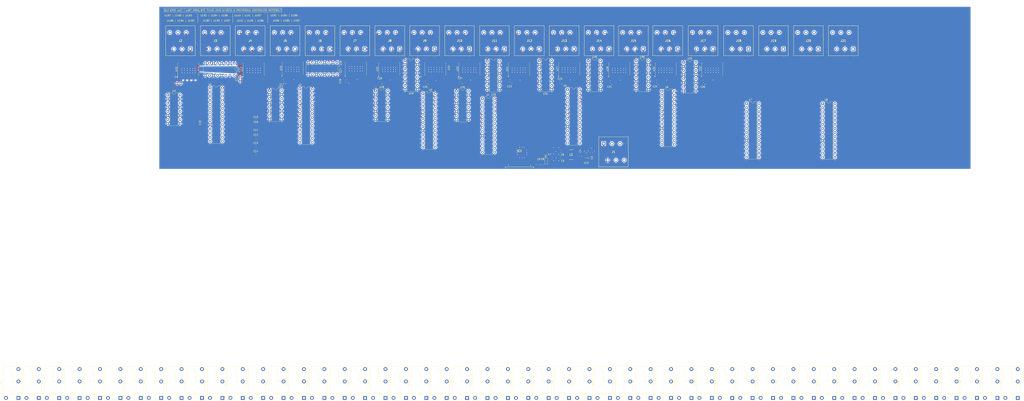
<source format=kicad_pcb>
(kicad_pcb (version 20241229) (generator "pcbnew") (generator_version "9.0")
  (layers (0 "F.Cu" signal) (4 "In1.Cu" power) (6 "In2.Cu" power) (2 "B.Cu" signal) (13 "F.Paste" user) (15 "B.Paste" user) (5 "F.SilkS" user "F.Silkscreen") (7 "B.SilkS" user "B.Silkscreen") (1 "F.Mask" user) (3 "B.Mask" user) (25 "Edge.Cuts" user))
  (net 0 "")
  (net 9 "GND")
  (net 12 "/U1-GPB5")
  (net 13 "/U1-GPA3")
  (net 14 "/U1-GPA2")
  (net 15 "/U1-GPA7")
  (net 16 "/U1-GPB2")
  (net 17 "/U1-GPA4")
  (net 18 "/U1-GPA1")
  (net 19 "/U1-GPB0")
  (net 20 "/U1-GPB3")
  (net 21 "/U1-GPA0")
  (net 22 "/U1-GPA5")
  (net 23 "/U1-GPA6")
  (net 24 "/U1-GPB4")
  (net 25 "/U1-GPB6")
  (net 26 "/U1-GPB7")
  (net 27 "/U1-GPB1")
  (net 36 "/U2/U2-GPB4")
  (net 37 "/U2/U2-GPB2")
  (net 38 "/U2/U2-GPB5")
  (net 39 "/U2/U2-GPB3")
  (net 40 "/U2/U2-GPA6")
  (net 41 "/U2/U2-GPA4")
  (net 42 "/U2/U2-GPA7")
  (net 43 "/U2/U2-GPB0")
  (net 44 "/U2/U2-GPA5")
  (net 45 "/U2/U2-GPB1")
  (net 46 "/U2/U2-GPA3")
  (net 47 "/U2/U2-GPA0")
  (net 48 "/U2/U2-GPA1")
  (net 49 "/U2/U2-GPA2")
  (net 50 "SCK")
  (net 51 "SDA")
  (net 68 "/U3 - U4/U3-GPA6")
  (net 69 "/U3 - U4/U3-GPA7")
  (net 70 "/U3 - U4/U3-GPA1")
  (net 71 "/U3 - U4/U3-GPA0")
  (net 72 "/U3 - U4/U3-GPA4")
  (net 73 "/U3 - U4/U3-GPA3")
  (net 74 "/U3 - U4/U3-GPA2")
  (net 75 "/U3 - U4/U3-GPA5")
  (net 76 "/U3 - U4/U4-GPB3")
  (net 77 "/U3 - U4/U4-GPB7")
  (net 78 "/U3 - U4/U4-GPB2")
  (net 79 "/U3 - U4/U4-GPB5")
  (net 80 "/U3 - U4/U4-GPB6")
  (net 81 "/U3 - U4/U4-GPB4")
  (net 82 "/U3 - U4/U4-GPB1")
  (net 83 "/U3 - U4/U4-GPA7")
  (net 84 "/U3 - U4/U4-GPA6")
  (net 85 "/U3 - U4/U4-GPA5")
  (net 86 "/U3 - U4/U4-GPA4")
  (net 87 "/U3 - U4/U4-GPB0")
  (net 88 "/U3 - U4/U4-GPA2")
  (net 89 "/U3 - U4/U4-GPA1")
  (net 90 "/U3 - U4/U4-GPA3")
  (net 91 "/U3 - U4/U4-GPA0")
  (net 92 "/U5/U5-GPB7")
  (net 93 "/U5/U5-GPB4")
  (net 94 "/U5/U5-GPB5")
  (net 95 "/U5/U5-GPB3")
  (net 96 "/U5/U5-GPB6")
  (net 97 "/U5/U5-GPB2")
  (net 98 "/U5/U5-GPA5")
  (net 99 "/U5/U5-GPA7")
  (net 100 "/U5/U5-GPA4")
  (net 101 "/U5/U5-GPA6")
  (net 102 "/U5/U5-GPB1")
  (net 103 "/U5/U5-GPB0")
  (net 104 "U6-GPB6")
  (net 105 "/U5/U5-GPA2")
  (net 106 "/U5/U5-GPA0")
  (net 107 "/U5/U5-GPA3")
  (net 108 "/U5/U5-GPA1")
  (net 109 "U6-GPB7")
  (net 110 "/U6/U6-GPA3")
  (net 111 "/U6/U6-GPA2")
  (net 112 "/U6/U6-GPB3")
  (net 113 "/U6/U6-GPB0")
  (net 114 "/U6/U6-GPB2")
  (net 115 "/U6/U6-GPB1")
  (net 116 "/U6/U6-GPB5")
  (net 117 "/U6/U6-GPB4")
  (net 118 "/U6/U6-GPA5")
  (net 119 "/U6/U6-GPA1")
  (net 120 "/U6/U6-GPA0")
  (net 121 "/U6/U6-GPA7")
  (net 122 "/U6/U6-GPA6")
  (net 123 "/U6/U6-GPA4")
  (net 124 "/U7 - U8/U7-GPB3")
  (net 125 "/U7 - U8/U7-GPB2")
  (net 126 "/U7 - U8/U7-GPA7")
  (net 127 "/U7 - U8/U7-GPB1")
  (net 128 "/U7 - U8/U7-GPB0")
  (net 129 "/U7 - U8/U7-GPA6")
  (net 130 "/U7 - U8/U7-GPA4")
  (net 131 "/U7 - U8/U7-GPA0")
  (net 132 "/U7 - U8/U7-GPA2")
  (net 133 "/U7 - U8/U7-GPA3")
  (net 134 "/U7 - U8/U7-GPA1")
  (net 135 "/U7 - U8/U7-GPA5")
  (net 136 "/U7 - U8/U8-GPB4")
  (net 137 "/U7 - U8/U8-GPB2")
  (net 138 "/U7 - U8/U8-GPB0")
  (net 139 "/U7 - U8/U8-GPB5")
  (net 140 "/U7 - U8/U8-GPB3")
  (net 141 "/U7 - U8/U8-GPB1")
  (net 142 "/U7 - U8/U8-GPA6")
  (net 143 "/U7 - U8/U8-GPA5")
  (net 144 "/U7 - U8/U8-GPA1")
  (net 145 "/U7 - U8/U8-GPA3")
  (net 146 "/U7 - U8/U8-GPA4")
  (net 147 "/U7 - U8/U8-GPA2")
  (net 149 "/U5/SDA")
  (net 154 "/U5/SCK")
  (net 178 "/U7 - U8/U8-GPA7")
  (net 181 "/U7 - U8/U8-GPB7")
  (net 182 "/U7 - U8/U8-GPB6")
  (net 183 "/U7 - U8/U8-GPA0")
  (net 186 "U7-GPB7")
  (net 187 "U7-GPB6")
  (net 188 "U7-GPB5")
  (net 189 "U7-GPB4")
  (net 424 "+24V")
  (net 425 "/ZC57_OPEN_LED")
  (net 426 "/ZC57_CLOSE_LED")
  (net 427 "/ZC57_OPEN_MOTOR")
  (net 428 "/ZC58_OPEN_LED")
  (net 429 "/ZC58_CLOSE_LED")
  (net 430 "/ZC57_CLOSE_MOTOR")
  (net 431 "/ZC58_OPEN_MOTOR")
  (net 432 "/ZC58_CLOSE_MOTOR")
  (net 433 "/ZC59_CLOSE_LED")
  (net 434 "/ZC60_CLOSE_LED")
  (net 435 "/ZC60_OPEN_LED")
  (net 436 "/ZC59_OPEN_LED")
  (net 437 "/ZC59_OPEN_MOTOR")
  (net 438 "/ZC60_OPEN_MOTOR")
  (net 439 "/ZC60_CLOSE_MOTOR")
  (net 440 "/ZC59_CLOSE_MOTOR")
  (net 465 "/U2/U2-GPB6")
  (net 466 "/U2/U2-GPB7")
  (net 469 "Net-(U13-SW)")
  (net 470 "Net-(U13-BST)")
  (net 471 "+3V3")
  (net 472 "Net-(IC1-EN)")
  (net 473 "/esp32/USB_D_P")
  (net 474 "/esp32/USB_D_N")
  (net 475 "ZC61_OPEN_LED")
  (net 476 "ZC61_CLOSE_LED")
  (net 477 "/U2/ZC62_CLOSE_LED")
  (net 478 "/U2/ZC62_OPEN_LED")
  (net 479 "/U2/ZC62_OPEN_MOTOR")
  (net 480 "/U2/ZC61_CLOSE_MOTOR")
  (net 481 "/U2/ZC62_CLOSE_MOTOR")
  (net 484 "/U2/ZC61_OPEN_MOTOR")
  (net 485 "/U2/ZC64_OPEN_MOTOR")
  (net 486 "/U2/ZC63_CLOSE_MOTOR")
  (net 489 "/U2/ZC64_CLOSE_MOTOR")
  (net 490 "/U2/ZC63_OPEN_MOTOR")
  (net 491 "/U2/ZC64_OPEN_LED")
  (net 492 "/U2/ZC63_CLOSE_LED")
  (net 493 "/U2/ZC64_CLOSE_LED")
  (net 494 "/U2/ZC63_OPEN_LED")
  (net 495 "/U2/ZC66_CLOSE_LED")
  (net 496 "/U2/ZC65_OPEN_LED")
  (net 497 "/U2/ZC65_CLOSE_LED")
  (net 498 "/U2/ZC66_OPEN_LED")
  (net 499 "U3-GPB1")
  (net 500 "U3-GPB3")
  (net 501 "/U3 - U4/U3-GPB6")
  (net 502 "/U3 - U4/U3-GPB5")
  (net 503 "U3-GPB2")
  (net 504 "/U3 - U4/U3-GPB4")
  (net 505 "U3-GPB0")
  (net 506 "/U3 - U4/U3-GPB7")
  (net 507 "/U3 - U4/ZC65_CLOSE_MOTOR")
  (net 508 "/U3 - U4/ZC66_OPEN_MOTOR")
  (net 509 "/U3 - U4/ZC66_CLOSE_MOTOR")
  (net 511 "/U3 - U4/ZC65_OPEN_MOTOR")
  (net 514 "/U3 - U4/ZC68_OPEN_MOTOR")
  (net 515 "/U3 - U4/ZC68_CLOSE_MOTOR")
  (net 517 "/U3 - U4/ZC67_OPEN_MOTOR")
  (net 518 "/U3 - U4/ZC67_CLOSE_MOTOR")
  (net 519 "/U3 - U4/ZC67_CLOSE_LED")
  (net 520 "/U3 - U4/ZC67_OPEN_LED")
  (net 521 "/U3 - U4/ZC68_OPEN_LED")
  (net 522 "/U3 - U4/ZC68_CLOSE_LED")
  (net 523 "/U3 - U4/ZC69_OPEN_LED")
  (net 524 "/U3 - U4/ZC70_OPEN_LED")
  (net 525 "/U3 - U4/ZC69_CLOSE_LED")
  (net 526 "/U3 - U4/ZC70_CLOSE_LED")
  (net 527 "/U3 - U4/ZC69_OPEN_MOTOR")
  (net 528 "/U3 - U4/ZC69_CLOSE_MOTOR")
  (net 529 "/U3 - U4/ZC70_OPEN_MOTOR")
  (net 531 "/U3 - U4/ZC70_CLOSE_MOTOR")
  (net 535 "/U3 - U4/ZC72_CLOSE_LED")
  (net 536 "/U3 - U4/ZC71_OPEN_LED")
  (net 537 "/U3 - U4/ZC71_CLOSE_LED")
  (net 538 "/U3 - U4/ZC72_OPEN_LED")
  (net 539 "ZC71_OPEN_MOTOR")
  (net 540 "ZC72_CLOSE_MOTOR")
  (net 541 "ZC72_OPEN_MOTOR")
  (net 542 "ZC71_CLOSE_MOTOR")
  (net 543 "ZC74_OPEN_LED")
  (net 544 "ZC74_CLOSE_LED")
  (net 545 "ZC73_OPEN_LED")
  (net 546 "ZC73_CLOSE_LED")
  (net 547 "/U5/ZC73_CLOSE_MOTOR")
  (net 548 "/U5/ZC74_CLOSE_MOTOR")
  (net 549 "/U5/ZC73_OPEN_MOTOR")
  (net 550 "/U5/ZC74_OPEN_MOTOR")
  (net 551 "/U5/ZC75_OPEN_MOTOR")
  (net 552 "ZC75_CLOSE_LED")
  (net 553 "ZC76_OPEN_LED")
  (net 554 "ZC75_OPEN_LED")
  (net 555 "ZC76_CLOSE_LED")
  (net 556 "/U5/ZC75_CLOSE_MOTOR")
  (net 557 "ZC76_OPEN_MOTOR")
  (net 558 "ZC76_CLOSE_MOTOR")
  (net 563 "ZC77_OPEN_LED")
  (net 564 "ZC78_CLOSE_LED")
  (net 565 "ZC77_CLOSE_LED")
  (net 566 "ZC78_OPEN_LED")
  (net 567 "/U6/ZC77_CLOSE_MOTOR")
  (net 568 "ZC79_OPEN_LED")
  (net 569 "ZC79_CLOSE_LED")
  (net 570 "/U6/ZC78_CLOSE_MOTOR")
  (net 571 "/U6/ZC78_OPEN_MOTOR")
  (net 572 "/U6/ZC77_OPEN_MOTOR")
  (net 573 "ZC80_CLOSE_LED")
  (net 574 "/U6/ZC80_OPEN_MOTOR")
  (net 575 "/U6/ZC79_OPEN_MOTOR")
  (net 576 "/U6/ZC80_CLOSE_MOTOR")
  (net 577 "ZC80_OPEN_LED")
  (net 578 "/U6/ZC79_CLOSE_MOTOR")
  (footprint "Relay_THT:Relay_SPST_Omron-G5Q-1A" (layer "F.Cu") (at 363.128164 243.55 90)
    (property "Reference" "K36")
    (property "Value" "G5Q-1A")
  )
  (footprint "1_tme:DG127A50806P1400AH" (layer "F.Cu") (at 265.647368 28.21 180)
    (property "Reference" "J13")
    (property "Value" "DG127A-5.08-06P-14-00AH" (hide yes))
  )
  (footprint "Relay_THT:Relay_SPST_Omron-G5Q-1A" (layer "F.Cu") (at 199.712858 243.55 90)
    (property "Reference" "K23")
    (property "Value" "G5Q-1A")
  )
  (footprint "1_tme:DG127A50806P1400AH" (layer "F.Cu") (at 158.139474 28.21 180)
    (property "Reference" "J8")
    (property "Value" "DG127A-5.08-06P-14-00AH" (hide yes))
  )
  (footprint "Capacitor_SMD:C_0805_2012Metric_Pad1.18x1.45mm_HandSolder" (layer "F.Cu") (at 257.3125 91.45 180)
    (property "Reference" "C6")
    (property "Value" "22uF")
  )
  (footprint "1_tme:DG127A50806P1400AH" (layer "F.Cu") (at 283.85 86.64)
    (property "Reference" "J1")
    (property "Value" "DG127A-5.08-06P-14-00AH" (hide yes))
  )
  (footprint "Relay_THT:Relay_SPST_Omron-G5Q-1A" (layer "F.Cu") (at -26.554489 243.55 90)
    (property "Reference" "K5")
    (property "Value" "G5Q-1A")
  )
  (footprint "Package_DIP:DIP-28_W7.62mm" (layer "F.Cu") (at 418.83 61.99)
    (property "Reference" "U8")
    (property "Value" "MCP23017_SP")
  )
  (footprint "Relay_THT:Relay_SPST_Omron-G5Q-1A" (layer "F.Cu") (at 36.297551 243.55 90)
    (property "Reference" "K10")
    (property "Value" "G5Q-1A")
  )
  (footprint "Package_DIP:DIP-28_W7.62mm" (layer "F.Cu") (at 172.48 55.83)
    (property "Reference" "U3")
    (property "Value" "MCP23017_SP")
  )
  (footprint "Package_DIP:DIP-16_W7.62mm" (layer "F.Cu") (at 143.25 54.01)
    (property "Reference" "U18")
    (property "Value" "LTV-847")
  )
  (footprint "1_tme:DG127A50806P1400AH" (layer "F.Cu") (at 50.631579 28.21 180)
    (property "Reference" "J3")
    (property "Value" "DG127A-5.08-06P-14-00AH" (hide yes))
  )
  (footprint "Relay_THT:Relay_SPST_Omron-G5Q-1A" (layer "F.Cu") (at 212.283266 243.55 90)
    (property "Reference" "K24")
    (property "Value" "G5Q-1A")
  )
  (footprint "1_tme:DG127A50806P1400AH" (layer "F.Cu") (at 373.155263 28.21 180)
    (property "Reference" "J18")
    (property "Value" "DG127A-5.08-06P-14-00AH" (hide yes))
  )
  (footprint "Capacitor_THT:C_Disc_D3.0mm_W2.0mm_P2.50mm" (layer "F.Cu") (at 20.85 49.5)
    (property "Reference" "C1")
    (property "Value" "100nF")
  )
  (footprint "Capacitor_SMD:C_0805_2012Metric_Pad1.18x1.45mm_HandSolder" (layer "F.Cu") (at 125.2625 47.8)
    (property "Reference" "C19")
    (property "Value" "0.1uF")
  )
  (footprint "Relay_THT:Relay_SPST_Omron-G5Q-1A" (layer "F.Cu") (at 337.987347 243.55 90)
    (property "Reference" "K34")
    (property "Value" "G5Q-1A")
  )
  (footprint "Relay_THT:Relay_SPST_Omron-G5Q-1A" (layer "F.Cu") (at 99.149592 243.55 90)
    (property "Reference" "K15")
    (property "Value" "G5Q-1A")
  )
  (footprint "PCM_Resistor_SMD_AKL:R_0805_2012Metric_Pad1.20x1.40mm_HandSolder" (layer "F.Cu") (at 248.4 97.5 90)
    (property "Reference" "R1")
    (property "Value" "10K")
  )
  (footprint "Relay_THT:Relay_SPST_Omron-G5Q-1A" (layer "F.Cu") (at 237.424082 243.55 90)
    (property "Reference" "K26")
    (property "Value" "G5Q-1A")
  )
  (footprint "Relay_THT:Relay_SPST_Omron-G5Q-1A" (layer "F.Cu") (at 187.142449 243.55 90)
    (property "Reference" "K22")
    (property "Value" "G5Q-1A")
  )
  (footprint "Relay_THT:Relay_SPST_Omron-G5Q-1A" (layer "F.Cu") (at -76.836122 243.55 90)
    (property "Reference" "K1")
    (property "Value" "G5Q-1A")
  )
  (footprint "Package_DIP:DIP-16_W7.62mm" (layer "F.Cu") (at 193.1 54.12)
    (property "Reference" "U20")
    (property "Value" "LTV-847")
  )
  (footprint "Capacitor_SMD:C_0805_2012Metric_Pad1.18x1.45mm_HandSolder" (layer "F.Cu") (at 69.5 87.94)
    (property "Reference" "C13")
    (property "Value" "0.1uF")
  )
  (footprint "Capacitor_SMD:C_0805_2012Metric_Pad1.18x1.45mm_HandSolder" (layer "F.Cu") (at 86.7 47.7)
    (property "Reference" "C17")
    (property "Value" "0.1uF")
  )
  (footprint "Relay_THT:Relay_SPST_Omron-G5Q-1A" (layer "F.Cu") (at 312.846531 243.55 90)
    (property "Reference" "K32")
    (property "Value" "G5Q-1A")
  )
  (footprint "Relay_THT:Relay_SPST_Omron-G5Q-1A" (layer "F.Cu") (at 262.564898 243.55 90)
    (property "Reference" "K28")
    (property "Value" "G5Q-1A")
  )
  (footprint "Capacitor_SMD:C_0805_2012Metric_Pad1.18x1.45mm_HandSolder" (layer "F.Cu") (at 287.95 48.45)
    (property "Reference" "C24")
    (property "Value" "0.1uF")
  )
  (footprint "Relay_THT:Relay_SPST_Omron-G5Q-1A" (layer "F.Cu") (at 174.572041 243.55 90)
    (property "Reference" "K21")
    (property "Value" "G5Q-1A")
  )
  (footprint "Package_DIP:DIP-16_W7.62mm" (layer "F.Cu") (at 15.245 56.51)
    (property "Reference" "U9")
    (property "Value" "LTV-847")
  )
  (footprint "Capacitor_SMD:C_0805_2012Metric_Pad1.18x1.45mm_HandSolder" (layer "F.Cu") (at 38.35 73.95 -90)
    (property "Reference" "C10")
    (property "Value" "0.1uF")
  )
  (footprint "Package_DIP:DIP-16_W7.62mm" (layer "F.Cu") (at 119.55 36.45 -90)
    (property "Reference" "U17")
    (property "Value" "LTV-847")
  )
  (footprint "Capacitor_SMD:C_0805_2012Metric_Pad1.18x1.45mm_HandSolder" (layer "F.Cu") (at 69.5 79.92)
    (property "Reference" "C11")
    (property "Value" "0.1uF")
  )
  (footprint "Package_SO:SOIC-20W_7.5x12.8mm_P1.27mm" (layer "F.Cu") (at 180.1 40.65 90)
    (property "Reference" "U22")
    (property "Value" "ITS716G")
  )
  (footprint "Capacitor_SMD:C_0805_2012Metric_Pad1.18x1.45mm_HandSolder" (layer "F.Cu") (at 316.427176 48.3)
    (property "Reference" "C25")
    (property "Value" "0.1uF")
  )
  (footprint "Relay_THT:Relay_SPST_Omron-G5Q-1A" (layer "F.Cu") (at 275.135307 243.55 90)
    (property "Reference" "K29")
    (property "Value" "G5Q-1A")
  )
  (footprint "Package_DIP:DIP-28_W7.62mm" (layer "F.Cu") (at 41.3 52.19)
    (property "Reference" "U1")
    (property "Value" "MCP23017_SP")
  )
  (footprint "Package_DIP:DIP-16_W7.62mm" (layer "F.Cu") (at 303.85 35.47)
    (property "Reference" "U30")
    (property "Value" "LTV-847")
  )
  (footprint "Relay_THT:Relay_SPST_Omron-G5Q-1A" (layer "F.Cu") (at -51.695306 243.55 90)
    (property "Reference" "K3")
    (property "Value" "G5Q-1A")
  )
  (footprint "Package_SO:SOIC-20W_7.5x12.8mm_P1.27mm" (layer "F.Cu") (at 68.2 40.6 90)
    (property "Reference" "U12")
    (property "Value" "ITS716G")
  )
  (footprint "Package_SO:SOIC-20W_7.5x12.8mm_P1.27mm" (layer "F.Cu") (at 201.128789 40.533209 90)
    (property "Reference" "U23")
    (property "Value" "ITS716G")
  )
  (footprint "1_tme:DG127A50806P1400AH" (layer "F.Cu") (at 244.145789 28.21 180)
    (property "Reference" "J12")
    (property "Value" "DG127A-5.08-06P-14-00AH" (hide yes))
  )
  (footprint "Package_SO:SOIC-20W_7.5x12.8mm_P1.27mm" (layer "F.Cu") (at 322.127176 40.45 90)
    (property "Reference" "U31")
    (property "Value" "ITS716G")
  )
  (footprint "Package_TO_SOT_SMD:TSOT-23-6" (layer "F.Cu") (at 273.15 93.85 180)
    (property "Reference" "U13")
    (property "Value" "AP63203WU")
  )
  (footprint "Package_DIP:DIP-28_W7.62mm" (layer "F.Cu") (at 319.78 54.23)
    (property "Reference" "U6")
    (property "Value" "MCP23017_SP")
  )
  (footprint "Relay_THT:Relay_SPST_Omron-G5Q-1A" (layer "F.Cu") (at 413.409796 243.55 90)
    (property "Reference" "K40")
    (property "Value" "G5Q-1A")
  )
  (footprint "Capacitor_SMD:C_0805_2012Metric_Pad1.18x1.45mm_HandSolder" (layer "F.Cu") (at 69.5 74.91)
    (property "Reference" "C16")
    (property "Value" "0.1uF")
  )
  (footprint "Relay_THT:Relay_SPST_Omron-G5Q-1A" (layer "F.Cu") (at -1.413673 243.55 90)
    (property "Reference" "K7")
    (property "Value" "G5Q-1A")
  )
  (footprint "Relay_THT:Relay_SPST_Omron-G5Q-1A" (layer "F.Cu") (at 86.579184 243.55 90)
    (property "Reference" "K14")
    (property "Value" "G5Q-1A")
  )
  (footprint "1_tme:DG127A50806P1400AH" (layer "F.Cu") (at 416.158421 28.21 180)
    (property "Reference" "J20")
    (property "Value" "DG127A-5.08-06P-14-00AH" (hide yes))
  )
  (footprint "Capacitor_SMD:C_0805_2012Metric_Pad1.18x1.45mm_HandSolder" (layer "F.Cu") (at 276.45 92.1875 90)
    (property "Reference" "C3")
    (property "Value" "10uF")
  )
  (footprint "Relay_THT:Relay_SPST_Omron-G5Q-1A" (layer "F.Cu") (at 476.261837 243.55 90)
    (property "Reference" "K45")
    (property "Value" "G5Q-1A")
  )
  (footprint "Capacitor_SMD:C_0805_2012Metric_Pad1.18x1.45mm_HandSolder" (layer "F.Cu") (at 69.5 71.9)
    (property "Reference" "C15")
    (property "Value" "0.1uF")
  )
  (footprint "1_tme:DG127A50806P1400AH" (layer "F.Cu") (at 394.656842 28.21 180)
    (property "Reference" "J19")
    (property "Value" "DG127A-5.08-06P-14-00AH" (hide yes))
  )
  (footprint "Relay_THT:Relay_SPST_Omron-G5Q-1A" (layer "F.Cu") (at -39.124898 243.55 90)
    (property "Reference" "K4")
    (property "Value" "G5Q-1A")
  )
  (footprint "Capacitor_SMD:C_0805_2012Metric_Pad1.18x1.45mm_HandSolder" (layer "F.Cu") (at 256.95 48.3)
    (property "Reference" "C23")
    (property "Value" "0.1uF")
  )
  (footprint "Package_DIP:DIP-16_W7.62mm" (layer "F.Cu") (at 212.095 35.61)
    (property "Reference" "U25")
    (property "Value" "LTV-847")
  )
  (footprint "Relay_THT:Relay_SPST_Omron-G5Q-1A" (layer "F.Cu") (at 224.853674 243.55 90)
    (property "Reference" "K25")
    (property "Value" "G5Q-1A")
  )
  (footprint "Package_SO:SOIC-20W_7.5x12.8mm_P1.27mm" (layer "F.Cu") (at 350.8 40.4 90)
    (property "Reference" "U32")
    (property "Value" "ITS716G")
  )
  (footprint "Relay_THT:Relay_SPST_Omron-G5Q-1A" (layer "F.Cu") (at 74.008776 243.55 90)
    (property "Reference" "K13")
    (property "Value" "G5Q-1A")
  )
  (footprint "Relay_THT:Relay_SPST_Omron-G5Q-1A" (layer "F.Cu") (at 48.86796 243.55 90)
    (property "Reference" "K11")
    (property "Value" "G5Q-1A")
  )
  (footprint "Package_DIP:DIP-28_W7.62mm" (layer "F.Cu") (at 261.58 53.28)
    (property "Reference" "U5")
    (property "Value" "MCP23017_SP")
  )
  (footprint "Package_DIP:DIP-16_W7.62mm" (layer "F.Cu") (at 56.13 36.95 -90)
    (property "Reference" "U11")
    (property "Value" "LTV-847")
  )
  (footprint "Package_DIP:DIP-28_W7.62mm" (layer "F.Cu") (at 209.13 58.93)
    (property "Reference" "U4")
    (property "Value" "MCP23017_SP")
  )
  (footprint "Package_SO:SOIC-20W_7.5x12.8mm_P1.27mm" (layer "F.Cu") (at 131.2 40.25 90)
    (property "Reference" "U16")
    (property "Value" "ITS716G")
  )
  (footprint "Relay_THT:Relay_SPST_Omron-G5Q-1A" (layer "F.Cu") (at 425.980205 243.55 90)
    (property "Reference" "K41")
    (property "Value" "G5Q-1A")
  )
  (footprint "Relay_THT:Relay_SPST_Omron-G5Q-1A" (layer "F.Cu") (at 501.402654 243.55 90)
    (property "Reference" "K47")
    (property "Value" "G5Q-1A")
  )
  (footprint "1_tme:DG127A50806P1400AH" (layer "F.Cu") (at 437.66 28.21 180)
    (property "Reference" "J21")
    (property "Value" "DG127A-5.08-06P-14-00AH" (hide yes))
  )
  (footprint "Package_DIP:DIP-16_W7.62mm" (layer "F.Cu") (at 333.13 36.4)
    (property "Reference" "U33")
    (property "Value" "LTV-847")
  )
  (footprint "Relay_THT:Relay_SPST_Omron-G5Q-1A" (layer "F.Cu") (at 350.557756 243.55 90)
    (property "Reference" "K35")
    (property "Value" "G5Q-1A")
  )
  (footprint "Relay_THT:Relay_SPST_Omron-G5Q-1A" (layer "F.Cu") (at 451.121021 243.55 90)
    (property "Reference" "K43")
    (property "Value" "G5Q-1A")
  )
  (footprint "1_tme:DG127A50806P1400AH" (layer "F.Cu") (at 72.133158 28.21 180)
    (property "Reference" "J4")
    (property "Value" "DG127A-5.08-06P-14-00AH" (hide yes))
  )
  (footprint "Capacitor_SMD:C_0805_2012Metric_Pad1.18x1.45mm_HandSolder" (layer "F.Cu") (at 69.5 82.93)
    (property "Reference" "C12")
    (property "Value" "0.1uF")
  )
  (footprint "Package_DIP:DIP-28_W7.62mm" (layer "F.Cu") (at 96.65 52.82)
    (property "Reference" "U2")
    (property "Value" "MCP23017_SP")
  )
  (footprint "Capacitor_SMD:C_0805_2012Metric_Pad1.18x1.45mm_HandSolder" (layer "F.Cu") (at 69.5 92.95)
    (property "Reference" "C14")
    (property "Value" "0.1uF")
  )
  (footprint "Capacitor_THT:C_Disc_D3.0mm_W2.0mm_P2.50mm" (layer "F.Cu") (at 59.85 45.6 -90)
    (property "Reference" "C2")
    (property "Value" "100nF")
  )
  (footprint "1_tme:DG127A50806P1400AH" (layer "F.Cu") (at 179.641053 28.21 180)
    (property "Reference" "J9")
    (property "Value" "DG127A-5.08-06P-14-00AH" (hide yes))
  )
  (footprint "Package_SO:SOIC-20W_7.5x12.8mm_P1.27mm" (layer "F.Cu") (at 92.25 40.15 90)
    (property "Reference" "U15")
    (property "Value" "ITS716G")
  )
  (footprint "Relay_THT:Relay_SPST_Omron-G5Q-1A" (layer "F.Cu") (at 388.26898 243.55 90)
    (property "Reference" "K38")
    (property "Value" "G5Q-1A")
  )
  (footprint "Relay_THT:Relay_SPST_Omron-G5Q-1A" (layer "F.Cu") (at 23.727143 243.55 90)
    (property "Reference" "K9")
    (property "Value" "G5Q-1A")
  )
  (footprint "Relay_THT:Relay_SPST_Omron-G5Q-1A" (layer "F.Cu") (at 162.001633 243.55 90)
    (property "Reference" "K20")
    (property "Value" "G5Q-1A")
  )
  (footprint "Capacitor_SMD:C_0805_2012Metric_Pad1.18x1.45mm_HandSolder" (layer "F.Cu") (at 257.2625 95.35 180)
    (property "Reference" "C5")
    (property "Value" "22uF")
  )
  (footprint "Relay_THT:Relay_SPST_Omron-G5Q-1A" (layer "F.Cu") (at 124.290409 243.55 90)
    (property "Reference" "K17")
    (property "Value" "G5Q-1A")
  )
  (footprint "Package_DIP:DIP-28_W7.62mm" (layer "F.Cu") (at 371.98 61.93)
    (property "Reference" "U7")
    (property "Value" "MCP23017_SP")
  )
  (footprint "Relay_THT:Relay_SPST_Omron-G5Q-1A" (layer "F.Cu") (at -13.984081 243.55 90)
    (property "Reference" "K6")
    (property "Value" "G5Q-1A")
  )
  (footprint "Capacitor_SMD:C_0805_2012Metric_Pad1.18x1.45mm_HandSolder" (layer "F.Cu") (at 269.5 94.4875 -90)
    (property "Reference" "C4")
    (property "Value" "100nF")
  )
  (footprint "1_tme:DG127A50806P1400AH" (layer "F.Cu") (at 308.29 28.21 180)
    (property "Reference" "J15")
    (property "Value" "DG127A-5.08-06P-14-00AH" (hide yes))
  )
  (footprint "Relay_THT:Relay_SPST_Omron-G5Q-1A" (layer "F.Cu") (at 539.113878 243.55 90)
    (property "Reference" "K50")
    (property "Value" "G5Q-1A")
  )
  (footprint "Package_DIP:DIP-16_W7.62mm" (layer "F.Cu") (at 274.395 35.51)
    (property "Reference" "U29")
    (property "Value" "LTV-847")
  )
  (footprint "Capacitor_SMD:C_0805_2012Metric_Pad1.18x1.45mm_HandSolder" (layer "F.Cu") (at 226 47.7)
    (property "Reference" "C22")
    (property "Value" "0.1uF")
  )
  (footprint "Relay_THT:Relay_SPST_Omron-G5Q-1A" (layer "F.Cu") (at 488.832245 243.55 90)
    (property "Reference" "K46")
    (property "Value" "G5Q-1A")
  )
  (footprint "1_tme:DG127A50806P1400AH" (layer "F.Cu") (at 287.148947 28.21 180)
    (property "Reference" "J14")
    (property "Value" "DG127A-5.08-06P-14-00AH" (hide yes))
  )
  (footprint "1_tme:DG127A50806P1400AH" (layer "F.Cu") (at 351.29 28.21 180)
    (property "Reference" "J17")
    (property "Value" "DG127A-5.08-06P-14-00AH" (hide yes))
  )
  (footprint "Package_DIP:DIP-16_W7.62mm" (layer "F.Cu") (at 77.88 53.81)
    (property "Reference" "U14")
    (property "Value" "LTV-847")
  )
  (footprint "Package_DIP:DIP-16_W7.62mm" (layer "F.Cu") (at 244.28 35.37)
    (property "Reference" "U26")
    (property "Value" "LTV-847")
  )
  (footprint "Capacitor_SMD:C_0805_2012Metric_Pad1.18x1.45mm_HandSolder" (layer "F.Cu") (at 246.1 99.6875 90)
    (property "Reference" "C8")
    (property "Value" "22uF")
  )
  (footprint "Capacitor_SMD:C_0805_2012Metric_Pad1.18x1.45mm_HandSolder" (layer "F.Cu") (at 345.15 48.3)
    (property "Reference" "C26")
    (property "Value" "0.1uF")
  )
  (footprint "Package_SO:SOIC-20W_7.5x12.8mm_P1.27mm" (layer "F.Cu") (at 27.85 40.75 90)
    (property "Reference" "U10")
    (property "Value" "ITS716G")
  )
  (footprint "1_tme:LSXND6060YEL4R7NMG" (layer "F.Cu") (at 263.9 93.4 180)
    (property "Reference" "L1")
    (property "Value" "4.7uH" (hide yes))
  )
  (footprint "1_tme:DG127A50806P1400AH" (layer "F.Cu") (at 201.142632 28.21 180)
    (property "Reference" "J10")
    (property "Value" "DG127A-5.08-06P-14-00AH" (hide yes))
  )
  (footprint "Package_SO:SOIC-20W_7.5x12.8mm_P1.27mm" (layer "F.Cu") (at 151.7 40.5 90)
    (property "Reference" "U21")
    (property "Value" "ITS716G")
  )
  (footprint "Capacitor_SMD:C_0805_2012Metric_Pad1.18x1.45mm_HandSolder" (layer "F.Cu") (at 174.1125 48.4)
    (property "Reference" "C20")
    (property "Value" "0.1uF")
  )
  (footprint "Relay_THT:Relay_SPST_Omron-G5Q-1A" (layer "F.Cu") (at 111.72 243.55 90)
    (property "Reference" "K16")
    (property "Value" "G5Q-1A")
  )
  (footprint "Package_SO:SOIC-20W_7.5x12.8mm_P1.27mm" (layer "F.Cu") (at 262.6 40.35 90)
    (property "Reference" "U27")
    (property "Value" "ITS716G")
  )
  (footprint "1_tme:DG127A50806P1400AH" (layer "F.Cu") (at 222.644211 28.21 180)
    (property "Reference" "J11")
    (property "Value" "DG127A-5.08-06P-14-00AH" (hide yes))
  )
  (footprint "1_tme:DG127A50806P1400AH" (layer "F.Cu") (at 329.49 28.21 180)
    (property "Reference" "J16")
    (property "Value" "DG127A-5.08-06P-14-00AH" (hide yes))
  )
  (footprint "1_tme:ESP32S3WROOM1UN16R8" (layer "F.Cu") (at 232 91.36 180)
    (property "Reference" "IC1")
    (property "Value" "ESP32-S3-WROOM-1U-N16R8" (hide yes))
  )
  (footprint "Relay_THT:Relay_SPST_Omron-G5Q-1A" (layer "F.Cu") (at 11.156735 243.55 90)
    (property "Reference" "K8")
    (property "Value" "G5Q-1A")
  )
  (footprint "Relay_THT:Relay_SPST_Omron-G5Q-1A" (layer "F.Cu") (at 136.860817 243.55 90)
    (property "Reference" "K18")
    (property "Value" "G5Q-1A")
  )
  (footprint "Relay_THT:Relay_SPST_Omron-G5Q-1A" (layer "F.Cu") (at 300.276123 243.55 90)
    (property "Reference" "K31")
    (property "Value" "G5Q-1A")
  )
  (footprint "1_tme:DG127A50806P1400AH" (layer "F.Cu") (at 115.136316 28.21 180)
    (property "Reference" "J6")
    (property "Value" "DG127A-5.08-06P-14-00AH" (hide yes))
  )
  (footprint "Capacitor_SMD:C_0805_2012Metric_Pad1.18x1.45mm_HandSolder" (layer "F.Cu") (at 243.75 99.6875 90)
    (property "Reference" "C9")
    (property "Value" "0.1uF")
  )
  (footprint "Relay_THT:Relay_SPST_Omron-G5Q-1A" (layer "F.Cu") (at 400.839388 243.55 90)
    (property "Reference" "K39")
    (property "Value" "G5Q-1A")
  )
  (footprint "Relay_THT:Relay_SPST_Omron-G5Q-1A" (layer "F.Cu") (at 325.416939 243.55 90)
    (property "Reference" "K33")
    (property "Value" "G5Q-1A")
  )
  (footprint "1_tme:DG127A50806P1400AH" (layer "F.Cu") (at 29.13 28.21 180)
    (property "Reference" "J2")
    (property "Value" "DG127A-5.08-06P-14-00AH" (hide yes))
  )
  (footprint "Relay_THT:Relay_SPST_Omron-G5Q-1A" (layer "F.Cu") (at 149.431225 243.55 90)
    (property "Reference" "K19")
    (property "Value" "G5Q-1A")
  )
  (footprint "Capacitor_SMD:C_0805_2012Metric_Pad1.18x1.45mm_HandSolder" (layer "F.Cu") (at 145.8 48)
    (property "Reference" "C18")
    (property "Value" "0.1uF")
  )
  (footprint "Relay_THT:Relay_SPST_Omron-G5Q-1A" (layer "F.Cu") (at 375.698572 243.55 90)
    (property "Reference" "K37")
    (property "Value" "G5Q-1A")
  )
  (footprint "Relay_THT:Relay_SPST_Omron-G5Q-1A" (layer "F.Cu") (at 526.54347 243.55 90)
    (property "Reference" "K49")
    (property "Value" "G5Q-1A")
  )
  (footprint "Capacitor_SMD:C_0805_2012Metric_Pad1.18x1.45mm_HandSolder" (layer "F.Cu") (at 195.4625 47.848209)
    (property "Reference" "C21")
    (property "Value" "0.1uF")
  )
  (footprint "1_tme:DG127A50806P1400AH" (layer "F.Cu") (at 136.637895 28.21 180)
    (property "Reference" "J7")
    (property "Value" "DG127A-5.08-06P-14-00AH" (hide yes))
  )
  (footprint "Relay_THT:Relay_SPST_Omron-G5Q-1A" (layer "F.Cu") (at 287.705715 243.55 90)
    (property "Reference" "K30")
    (property "Value" "G5Q-1A")
  )
  (footprint "Capacitor_SMD:C_0805_2012Metric_Pad1.18x1.45mm_HandSolder" (layer "F.Cu") (at 252 95.35)
    (property "Reference" "C7")
    (property "Value" "1uF_50V")
  )
  (footprint "Relay_THT:Relay_SPST_Omron-G5Q-1A" (layer "F.Cu") (at 249.99449 243.55 90)
    (property "Reference" "K27")
    (property "Value" "G5Q-1A")
  )
  (footprint "Relay_THT:Relay_SPST_Omron-G5Q-1A" (layer "F.Cu") (at 513.973062 243.55 90)
    (property "Reference" "K48")
    (property "Value" "G5Q-1A")
  )
  (footprint "Relay_THT:Relay_SPST_Omron-G5Q-1A" (layer "F.Cu") (at 463.691429 243.55 90)
    (property "Reference" "K44")
    (property "Value" "G5Q-1A")
  )
  (footprint "Package_SO:SOIC-20W_7.5x12.8mm_P1.27mm" (layer "F.Cu") (at 231.7 40.55 90)
    (property "Reference" "U24")
    (property "Value" "ITS716G")
  )
  (footprint "Relay_THT:Relay_SPST_Omron-G5Q-1A" (layer "F.Cu") (at 61.438368 243.55 90)
    (property "Reference" "K12")
    (property "Value" "G5Q-1A")
  )
  (footprint "Relay_THT:Relay_SPST_Omron-G5Q-1A" (layer "F.Cu") (at 438.550613 243.55 90)
    (property "Reference" "K42")
    (property "Value" "G5Q-1A")
  )
  (footprint "Relay_THT:Relay_SPST_Omron-G5Q-1A" (layer "F.Cu") (at -64.265714 243.55 90)
    (property "Reference" "K2")
    (property "Value" "G5Q-1A")
  )
  (footprint "Package_DIP:DIP-16_W7.62mm" (layer "F.Cu") (at 161.45 35.41)
    (property "Reference" "U19")
    (property "Value" "LTV-847")
  )
  (footprint "Package_SO:SOIC-20W_7.5x12.8mm_P1.27mm" (layer "F.Cu") (at 293.55 40.55 90)
    (property "Reference" "U28")
    (property "Value" "ITS716G")
  )
  (footprint "1_tme:DG127A50806P1400AH" (layer "F.Cu") (at 93.634737 28.21 180)
    (property "Reference" "J5")
    (property "Value" "DG127A-5.08-06P-14-00AH" (hide yes))
  )
  (gr_line (start 76.8 12) (end 76.8 6.5) (stroke (width 0.15)) (layer "F.SilkS"))
  (gr_line (start 55.25 12) (end 55.25 6.5) (stroke (width 0.15)) (layer "F.SilkS"))
  (gr_rect (start 12.9 3) (end 85.5 5.4) (stroke (width 0.15)) (fill no) (layer "F.SilkS"))
  (gr_line (start 33.8 12) (end 33.8 6.5) (stroke (width 0.15)) (layer "F.SilkS"))
  (gr_rect (start 10 2.2) (end 510 102.2) (stroke (width 0.1)) (fill no) (layer "Edge.Cuts"))
  (gr_text "U1B1 | U1B4 | U1B6\n\n  U1B0 | U1B5 | U1B7" (at 35.3 11.3 0) (layer "F.SilkS") (effects (font (size 1 1)) (justify left bottom)))
  (gr_text "U1B7 | U1B5 | U1B3\n\n  U1B6 | U1B4 | U1B2" (at 13.15 11.35 0) (layer "F.SilkS") (effects (font (size 1 1)) (justify left bottom)))
  (gr_text "U1A3 | U1A1 | U1B7\n\n  U1A2 | U1A0 | U1B6" (at 56.15 11.35 0) (layer "F.SilkS") (effects (font (size 1 1)) (justify left bottom)))
  (gr_text "DLA GPIO xxA7 i xxB7 MOGĄ BYĆ TYLKO JAKO WYJŚCIE W PRZYPADKU KONTROLERA MCP23017" (at 13.1 4.9 0) (layer "F.SilkS") (effects (font (size 1 1)) (justify left bottom)))
  (gr_text "U1B1 | U1B4 | U1B6\n\n  U1B0 | U1B5 | U1B7" (at 78.3 11.3 0) (layer "F.SilkS") (effects (font (size 1 1)) (justify left bottom)))
  (segment (start 126.755 44.9) (end 126.755 47.345) (width 0.5) (layer "F.Cu") (net 9))
  (segment (start 23.405 45.4) (end 23.405 43.495) (width 0.508) (layer "F.Cu") (net 9))
  (segment (start 126.8 49.4) (end 126.8 48.3) (width 0.5) (layer "F.Cu") (net 9))
  (segment (start 23.4 49.4) (end 23.4 45.405) (width 0.508) (layer "F.Cu") (net 9))
  (segment (start 23.4 45.405) (end 23.405 45.4) (width 0.508) (layer "F.Cu") (net 9))
  (segment (start 62.9 48.1) (end 63.755 47.245) (width 1) (layer "F.Cu") (net 9))
  (segment (start 59.85 48.1) (end 62.9 48.1) (width 1) (layer "F.Cu") (net 9))
  (segment (start 63.755 47.245) (end 63.755 45.25) (width 1) (layer "F.Cu") (net 9))
  (segment (start 175.687235 48.788336) (end 175.187235 48.288336) (width 0.5) (layer "F.Cu") (net 9))
  (segment (start 242.725 100.725) (end 242.1 101.35) (width 0.5) (layer "F.Cu") (net 9))
  (segment (start 175.642235 45.388336) (end 175.642235 47.833336) (width 0.5) (layer "F.Cu") (net 9))
  (segment (start 175.642235 47.833336) (end 175.187235 48.288336) (width 0.5) (layer "F.Cu") (net 9))
  (segment (start 175.687235 49.888336) (end 175.687235 48.788336) (width 0.5) (layer "F.Cu") (net 9))
  (segment (start 243.75 100.725) (end 242.725 100.725) (width 0.5) (layer "F.Cu") (net 9))
  (segment (start 147.242235 47.733336) (end 146.787235 48.188336) (width 0.5) (layer "F.Cu") (net 9))
  (segment (start 147.242235 45.288336) (end 147.242235 47.733336) (width 0.5) (layer "F.Cu") (net 9))
  (segment (start 147.287235 49.788336) (end 147.287235 48.688336) (width 0.5) (layer "F.Cu") (net 9))
  (segment (start 246.1 100.725) (end 243.75 100.725) (width 0.5) (layer "F.Cu") (net 9))
  (segment (start 23.405 43.495) (end 23.95 42.95) (width 0.508) (layer "F.Cu") (net 9))
  (segment (start 126.8 48.3) (end 126.3 47.8) (width 0.5) (layer "F.Cu") (net 9))
  (segment (start 68.835 43.165) (end 69.15 42.85) (width 0.508) (layer "F.Cu") (net 9))
  (segment (start 126.755 47.345) (end 126.3 47.8) (width 0.5) (layer "F.Cu") (net 9))
  (segment (start 88.1875 45.1825) (end 87.805 44.8) (width 0.5) (layer "F.Cu") (net 9))
  (segment (start 147.287235 48.688336) (end 146.787235 48.188336) (width 0.5) (layer "F.Cu") (net 9))
  (segment (start 68.835 45.25) (end 68.835 43.165) (width 0.508) (layer "F.Cu") (net 9))
  (via (at 154.287235 39.538336) (size 0.8128) (drill 0.4064) (layers "F.Cu" "B.Cu") (net 9))
  (via (at 290.9 41.4) (size 0.8128) (drill 0.4064) (layers "F.Cu" "B.Cu") (net 9))
  (via (at 152.587235 39.538336) (size 0.8128) (drill 0.4064) (layers "F.Cu" "B.Cu") (net 9))
  (via (at 179.287235 40.938336) (size 0.8128) (drill 0.4064) (layers "F.Cu" "B.Cu") (net 9))
  (via (at 92.9 47) (size 0.8128) (drill 0.4064) (layers "F.Cu" "B.Cu") (net 9))
  (via (at 232.35 47.4) (size 0.8128) (drill 0.4064) (layers "F.Cu" "B.Cu") (net 9))
  (via (at 232.5 39.9) (size 0.8128) (drill 0.4064) (layers "F.Cu" "B.Cu") (net 9))
  (via (at 152.587235 42.238336) (size 0.8128) (drill 0.4064) (layers "F.Cu" "B.Cu") (net 9))
  (via (at 126.8 49.4) (size 0.8128) (drill 0.4064) (layers "F.Cu" "B.Cu") (net 9))
  (via (at 89.6 39.4) (size 0.8128) (drill 0.4064) (layers "F.Cu" "B.Cu") (net 9))
  (via (at 325.977176 42.75) (size 0.8128) (drill 0.4064) (layers "F.Cu" "B.Cu") (net 9))
  (via (at 229.1 39.9) (size 0.8128) (drill 0.4064) (layers "F.Cu" "B.Cu") (net 9))
  (via (at 265.15 41.15) (size 0.8128) (drill 0.4064) (layers "F.Cu" "B.Cu") (net 9))
  (via (at 348.133426 41.325012) (size 0.8128) (drill 0.4064) (layers "F.Cu" "B.Cu") (net 9))
  (via (at 294.3 40.1) (size 0.8128) (drill 0.4064) (layers "F.Cu" "B.Cu") (net 9))
  (via (at 131.85 46.95) (size 0.8128) (drill 0.4064) (layers "F.Cu" "B.Cu") (net 9))
  (via (at 353.233426 40.025012) (size 0.8128) (drill 0.4064) (layers "F.Cu" "B.Cu") (net 9))
  (via (at 184.087235 40.938336) (size 0.8128) (drill 0.4064) (layers "F.Cu" "B.Cu") (net 9))
  (via (at 349.833426 42.725012) (size 0.8128) (drill 0.4064) (layers "F.Cu" "B.Cu") (net 9))
  (via (at 278.15 91.15) (size 0.8128) (drill 0.4064) (layers "F.Cu" "B.Cu") (net 9))
  (via (at 64.15 42.85) (size 0.8128) (drill 0.4064) (layers "F.Cu" "B.Cu") (net 9))
  (via (at 292.6 41.4) (size 0.8128) (drill 0.4064) (layers "F.Cu" "B.Cu") (net 9))
  (via (at 150.887235 42.238336) (size 0.8128) (drill 0.4064) (layers "F.Cu" "B.Cu") (net 9))
  (via (at 253.05 97.15) (size 0.8128) (drill 0.4064) (layers "F.Cu" "B.Cu") (net 9))
  (via (at 177.587235 42.338336) (size 0.8128) (drill 0.4064) (layers "F.Cu" "B.Cu") (net 9))
  (via (at 240.8 101.4) (size 0.8128) (drill 0.4064) (layers "F.Cu" "B.Cu") (net 9))
  (via (at 88 39.4) (size 0.8128) (drill 0.4064) (layers "F.Cu" "B.Cu") (net 9))
  (via (at 230.5 90.7) (size 0.8128) (drill 0.4064) (layers "F.Cu" "B.Cu") (net 9))
  (via (at 127.1 41.85) (size 0.8128) (drill 0.4064) (layers "F.Cu" "B.Cu") (net 9))
  (via (at 256.25 89.1) (size 0.8128) (drill 0.4064) (layers "F.Cu" "B.Cu") (net 9))
  (via (at 147.287235 49.788336) (size 0.8128) (drill 0.4064) (layers "F.Cu" "B.Cu") (net 9))
  (via (at 150.887235 40.838336) (size 0.8128) (drill 0.4064) (layers "F.Cu" "B.Cu") (net 9))
  (via (at 130.4 41.85) (size 0.8128) (drill 0.4064) (layers "F.Cu" "B.Cu") (net 9))
  (via (at 23.95 41.55) (size 0.8128) (drill 0.4064) (layers "F.Cu" "B.Cu") (net 9))
  (via (at 261.75 42.55) (size 0.8128) (drill 0.4064) (layers "F.Cu" "B.Cu") (net 9))
  (via (at 28.95 41.55) (size 0.8128) (drill 0.4064) (layers "F.Cu" "B.Cu") (net 9))
  (via (at 94.7 40.7) (size 0.8128) (drill 0.4064) (layers "F.Cu" "B.Cu") (net 9))
  (via (at 297.4 41.4) (size 0.8128) (drill 0.4064) (layers "F.Cu" "B.Cu") (net 9))
  (via (at 197 39.85) (size 0.8128) (drill 0.4064) (layers "F.Cu" "B.Cu") (net 9))
  (via (at 235.6 39.9) (size 0.8128) (drill 0.4064) (layers "F.Cu" "B.Cu") (net 9))
  (via (at 149.187235 39.538336) (size 0.8128) (drill 0.4064) (layers "F.Cu" "B.Cu") (net 9))
  (via (at 64.15 41.45) (size 0.8128) (drill 0.4064) (layers "F.Cu" "B.Cu") (net 9))
  (via (at 200.3 41.15) (size 0.8128) (drill 0.4064) (layers "F.Cu" "B.Cu") (net 9))
  (via (at 230.6 93.45) (size 0.8128) (drill 0.4064) (layers "F.Cu" "B.Cu") (net 9))
  (via (at 89.6 42.1) (size 0.8128) (drill 0.4064) (layers "F.Cu" "B.Cu") (net 9))
  (via (at 89.6 40.7) (size 0.8128) (drill 0.4064) (layers "F.Cu" "B.Cu") (net 9))
  (via (at 96.1 42.1) (size 0.8128) (drill 0.4064) (layers "F.Cu" "B.Cu") (net 9))
  (via (at 94.7 39.4) (size 0.8128) (drill 0.4064) (layers "F.Cu" "B.Cu") (net 9))
  (via (at 234.2 41.2) (size 0.8128) (drill 0.4064) (layers "F.Cu" "B.Cu") (net 9))
  (via (at 135.2 40.45) (size 0.8128) (drill 0.4064) (layers "F.Cu" "B.Cu") (net 9))
  (via (at 321.177176 42.75) (size 0.8128) (drill 0.4064) (layers "F.Cu" "B.Cu") (net 9))
  (via (at 276.4 89.5) (size 0.8128) (drill 0.4064) (layers "F.Cu" "B.Cu") (net 9))
  (via (at 266.55 41.15) (size 0.8128) (drill 0.4064) (layers "F.Cu" "B.Cu") (net 9))
  (via (at 319.477176 40.05) (size 0.8128) (drill 0.4064) (layers "F.Cu" "B.Cu") (net 9))
  (via (at 27.25 42.95) (size 0.8128) (drill 0.4064) (layers "F.Cu" "B.Cu") (net 9))
  (via (at 132.1 41.85) (size 0.8128) (drill 0.4064) (layers "F.Cu" "B.Cu") (net 9))
  (via (at 263.45 42.55) (size 0.8128) (drill 0.4064) (layers "F.Cu" "B.Cu") (net 9))
  (via (at 351.533426 41.325012) (size 0.8128) (drill 0.4064) (layers "F.Cu" "B.Cu") (net 9))
  (via (at 132.1 39.15) (size 0.8128) (drill 0.4064) (layers "F.Cu" "B.Cu") (net 9))
  (via (at 266.55 42.55) (size 0.8128) (drill 0.4064) (layers "F.Cu" "B.Cu") (net 9))
  (via (at 69.15 40.15) (size 0.8128) (drill 0.4064) (layers "F.Cu" "B.Cu") (net 9))
  (via (at 69.15 42.85) (size 0.8128) (drill 0.4064) (layers "F.Cu" "B.Cu") (net 9))
  (via (at 203.7 41.15) (size 0.8128) (drill 0.4064) (layers "F.Cu" "B.Cu") (net 9))
  (via (at 322.877176 40.05) (size 0.8128) (drill 0.4064) (layers "F.Cu" "B.Cu") (net 9))
  (via (at 253.05 93.05) (size 0.8128) (drill 0.4064) (layers "F.Cu" "B.Cu") (net 9))
  (via (at 127.1 40.45) (size 0.8128) (drill 0.4064) (layers "F.Cu" "B.Cu") (net 9))
  (via (at 321.177176 40.05) (size 0.8128) (drill 0.4064) (layers "F.Cu" "B.Cu") (net 9))
  (via (at 70.85 40.15) (size 0.8128) (drill 0.4064) (layers "F.Cu" "B.Cu") (net 9))
  (via (at 235.6 41.2) (size 0.8128) (drill 0.4064) (layers "F.Cu" "B.Cu") (net 9))
  (via (at 346.283426 50.075012) (size 0.8128) (drill 0.4064) (layers "F.Cu" "B.Cu") (net 9))
  (via (at 317.627176 50.1) (size 0.8128) (drill 0.4064) (layers "F.Cu" "B.Cu") (net 9))
  (via (at 23.95 42.95) (size 0.8128) (drill 0.4064) (layers "F.Cu" "B.Cu") (net 9))
  (via (at 132.1 40.45) (size 0.8128) (drill 0.4064) (layers "F.Cu" "B.Cu") (net 9))
  (via (at 203.7 39.85) (size 0.8128) (drill 0.4064) (layers "F.Cu" "B.Cu") (net 9))
  (via (at 175.987235 42.338336) (size 0.8128) (drill 0.4064) (layers "F.Cu" "B.Cu") (net 9))
  (via (at 150.887235 39.538336) (size 0.8128) (drill 0.4064) (layers "F.Cu" "B.Cu") (net 9))
  (via (at 65.75 41.45) (size 0.8128) (drill 0.4064) (layers "F.Cu" "B.Cu") (net 9))
  (via (at 88 42.1) (size 0.8128) (drill 0.4064) (layers "F.Cu" "B.Cu") (net 9))
  (via (at 203.7 42.55) (size 0.8128) (drill 0.4064) (layers "F.Cu" "B.Cu") (net 9))
  (via (at 205.1 39.85) (size 0.8128) (drill 0.4064) (layers "F.Cu" "B.Cu") (net 9))
  (via (at 234.95 95.3) (size 0.8128) (drill 0.4064) (layers "F.Cu" "B.Cu") (net 9))
  (via (at 128.7 39.15) (size 0.8128) (drill 0.4064) (layers "F.Cu" "B.Cu") (net 9))
  (via (at 348.133426 42.725012) (size 0.8128) (drill 0.4064) (layers "F.Cu" "B.Cu") (net 9))
  (via (at 254.55 95.35) (size 0.8128) (drill 0.4064) (layers "F.Cu" "B.Cu") (net 9))
  (via (at 322.877176 41.35) (size 0.8128) (drill 0.4064) (layers "F.Cu" "B.Cu") (net 9))
  (via (at 94.7 42.1) (size 0.8128) (drill 0.4064) (layers "F.Cu" "B.Cu") (net 9))
  (via (at 235.6 42.6) (size 0.8128) (drill 0.4064) (layers "F.Cu" "B.Cu") (net 9))
  (via (at 317.877176 42.75) (size 0.8128) (drill 0.4064) (layers "F.Cu" "B.Cu") (net 9))
  (via (at 179.287235 39.638336) (size 0.8128) (drill 0.4064) (layers "F.Cu" "B.Cu") (net 9))
  (via (at 233.6 95.3) (size 0.8128) (drill 0.4064) (layers "F.Cu" "B.Cu") (net 9))
  (via (at 133.8 41.85) (size 0.8128) (drill 0.4064) (layers "F.Cu" "B.Cu") (net 9))
  (via (at 289.3 42.8) (size 0.8128) (drill 0.4064) (layers "F.Cu" "B.Cu") (net 9))
  (via (at 258.45 39.85) (size 0.8128) (drill 0.4064) (layers "F.Cu" "B.Cu") (net 9))
  (via (at 197 42.55) (size 0.8128) (drill 0.4064) (layers "F.Cu" "B.Cu") (net 9))
  (via (at 67.45 40.15) (size 0.8128) (drill 0.4064) (layers "F.Cu" "B.Cu") (net 9))
  (via (at 25.55 42.95) (size 0.8128) (drill 0.4064) (layers "F.Cu" "B.Cu") (net 9))
  (via (at 260.05 39.85) (size 0.8128) (drill 0.4064) (layers "F.Cu" "B.Cu") (net 9))
  (via (at 65.75 42.85) (size 0.8128) (drill 0.4064) (layers "F.Cu" "B.Cu") (net 9))
  (via (at 292.6 40.1) (size 0.8128) (drill 0.4064) (layers "F.Cu" "B.Cu") (net 9))
  (via (at 289.05 50.15) (size 0.8128) (drill 0.4064) (layers "F.Cu" "B.Cu") (net 9))
  (via (at 227.5 41.2) (size 0.8128) (drill 0.4064) (layers "F.Cu" "B.Cu") (net 9))
  (via (at 28.95 42.95) (size 0.8128) (drill 0.4064) (layers "F.Cu" "B.Cu") (net 9))
  (via (at 236.5 92.05) (size 0.8128) (drill 0.4064) (layers "F.Cu" "B.Cu") (net 9))
  (via (at 67.45 42.85) (size 0.8128) (drill 0.4064) (layers "F.Cu" "B.Cu") (net 9))
  (via (at 152.587235 40.838336) (size 0.8128) (drill 0.4064) (layers "F.Cu" "B.Cu") (net 9))
  (via (at 72.25 40.15) (size 0.8128) (drill 0.4064) (layers "F.Cu" "B.Cu") (net 9))
  (via (at 200.3 39.85) (size 0.8128) (drill 0.4064) (layers "F.Cu" "B.Cu") (net 9))
  (via (at 135.2 39.15) (size 0.8128) (drill 0.4064) (layers "F.Cu" "B.Cu") (net 9))
  (via (at 325.977176 40.05) (size 0.8128) (drill 0.4064) (layers "F.Cu" "B.Cu") (net 9))
  (via (at 234.2 39.9) (size 0.8128) (drill 0.4064) (layers "F.Cu" "B.Cu") (net 9))
  (via (at 325.977176 41.35) (size 0.8128) (drill 0.4064) (layers "F.Cu" "B.Cu") (net 9))
  (via (at 180.7 47.65) (size 0.8128) (drill 0.4064) (layers "F.Cu" "B.Cu") (net 9))
  (via (at 177.587235 39.638336) (size 0.8128) (drill 0.4064) (layers "F.Cu" "B.Cu") (net 9))
  (via (at 175.687235 49.888336) (size 0.8128) (drill 0.4064) (layers "F.Cu" "B.Cu") (net 9))
  (via (at 230.8 39.9) (size 0.8128) (drill 0.4064) (layers "F.Cu" "B.Cu") (net 9))
  (via (at 253 89.15) (size 0.8128) (drill 0.4064) (layers "F.Cu" "B.Cu") (net 9))
  (via (at 296 40.1) (size 0.8128) (drill 0.4064) (layers "F.Cu" "B.Cu") (net 9))
  (via (at 346.533426 40.025012) (size 0.8128) (drill 0.4064) (layers "F.Cu" "B.Cu") (net 9))
  (via (at 324.577176 40.05) (size 0.8128) (drill 0.4064) (layers "F.Cu" "B.Cu") (net 9))
  (via (at 227.337235 49.638336) (size 0.8128) (drill 0.4064) (layers "F.Cu" "B.Cu") (net 9))
  (via (at 229.1 42.6) (size 0.8128) (drill 0.4064) (layers "F.Cu" "B.Cu") (net 9))
  (via (at 70.85 42.85) (size 0.8128) (drill 0.4064) (layers "F.Cu" "B.Cu") (net 9))
  (via (at 321.177176 41.35) (size 0.8128) (drill 0.4064) (layers "F.Cu" "B.Cu") (net 9))
  (via (at 230.55 92.05) (size 0.8128) (drill 0.4064) (layers "F.Cu" "B.Cu") (net 9))
  (via (at 227.5 42.6) (size 0.8128) (drill 0.4064) (layers "F.Cu" "B.Cu") (net 9))
  (via (at 93 40.7) (size 0.8128) (drill 0.4064) (layers "F.Cu" "B.Cu") (net 9))
  (via (at 289.3 40.1) (size 0.8128) (drill 0.4064) (layers "F.Cu" "B.Cu") (net 9))
  (via (at 349.833426 40.025012) (size 0.8128) (drill 0.4064) (layers "F.Cu" "B.Cu") (net 9))
  (via (at 317.877176 40.05) (size 0.8128) (drill 0.4064) (layers "F.Cu" "B.Cu") (net 9))
  (via (at 294.2 47.5) (size 0.8128) (drill 0.4064) (layers "F.Cu" "B.Cu") (net 9))
  (via (at 232.05 88.9) (size 0.8128) (drill 0.4064) (layers "F.Cu" "B.Cu") (net 9))
  (via (at 290.9 40.1) (size 0.8128) (drill 0.4064) (layers "F.Cu" "B.Cu") (net 9))
  (via (at 200.3 42.55) (size 0.8128) (drill 0.4064) (layers "F.Cu" "B.Cu") (net 9))
  (via (at 238.8 99.95) (size 0.8128) (drill 0.4064) (layers "F.Cu" "B.Cu") (net 9))
  (via (at 353.233426 41.325012) (size 0.8128) (drill 0.4064) (layers "F.Cu" "B.Cu") (net 9))
  (via (at 65.75 40.15) (size 0.8128) (drill 0.4064) (layers "F.Cu" "B.Cu") (net 9))
  (via (at 294.3 41.4) (size 0.8128) (drill 0.4064) (layers "F.Cu" "B.Cu") (net 9))
  (via (at 154.287235 40.838336) (size 0.8128) (drill 0.4064) (layers "F.Cu" "B.Cu") (net 9))
  (via (at 147.587235 40.838336) (size 0.8128) (drill 0.4064) (layers "F.Cu" "B.Cu") (net 9))
  (via (at 223.25 101.55) (size 0.8128) (drill 0.4064) (layers "F.Cu" "B.Cu") (net 9))
  (via (at 351.533426 40.025012) (size 0.8128) (drill 0.4064) (layers "F.Cu" "B.Cu") (net 9))
  (via (at 353.233426 42.725012) (size 0.8128) (drill 0.4064) (layers "F.Cu" "B.Cu") (net 9))
  (via (at 130.4 39.15) (size 0.8128) (drill 0.4064) (layers "F.Cu" "B.Cu") (net 9))
  (via (at 202 41.15) (size 0.8128) (drill 0.4064) (layers "F.Cu" "B.Cu") (net 9))
  (via (at 25.55 41.55) (size 0.8128) (drill 0.4064) (layers "F.Cu" "B.Cu") (net 9))
  (via (at 64.15 40.15) (size 0.8128) (drill 0.4064) (layers "F.Cu" "B.Cu") (net 9))
  (via (at 290.9 42.8) (size 0.8128) (drill 0.4064) (layers "F.Cu" "B.Cu") (net 9))
  (via (at 227.5 39.9) (size 0.8128) (drill 0.4064) (layers "F.Cu" "B.Cu") (net 9))
  (via (at 155.687235 39.538336) (size 0.8128) (drill 0.4064) (layers "F.Cu" "B.Cu") (net 9))
  (via (at 175.987235 40.938336) (size 0.8128) (drill 0.4064) (layers "F.Cu" "B.Cu") (net 9))
  (via (at 256.3 93.3) (size 0.8128) (drill 0.4064) (layers "F.Cu" "B.Cu") (net 9))
  (via (at 234.95 88.9) (size 0.8128) (drill 0.4064) (layers "F.Cu" "B.Cu") (net 9))
  (via (at 258.15 49.9) (size 0.8128) (drill 0.4064) (layers "F.Cu" "B.Cu") (net 9))
  (via (at 351.433426 47.425012) (size 0.8128) (drill 0.4064) (layers "F.Cu" "B.Cu") (net 9))
  (via (at 155.687235 42.238336) (size 0.8128) (drill 0.4064) (layers "F.Cu" "B.Cu") (net 9))
  (via (at 232.1 95.3) (size 0.8128) (drill 0.4064) (layers "F.Cu" "B.Cu") (net 9))
  (via (at 28.95 40.25) (size 0.8128) (drill 0.4064) (layers "F.Cu" "B.Cu") (net 9))
  (via (at 147.587235 39.538336) (size 0.8128) (drill 0.4064) (layers "F.Cu" "B.Cu") (net 9))
  (via (at 272 91.3) (size 0.8128) (drill 0.4064) (layers "F.Cu" "B.Cu") (net 9))
  (via (at 177.587235 40.938336) (size 0.8128) (drill 0.4064) (layers "F.Cu" "B.Cu") (net 9))
  (via (at 261.75 39.85) (size 0.8128) (drill 0.4064) (layers "F.Cu" "B.Cu") (net 9))
  (via (at 179.287235 42.338336) (size 0.8128) (drill 0.4064) (layers "F.Cu" "B.Cu") (net 9))
  (via (at 202 39.85) (size 0.8128) (drill 0.4064) (layers "F.Cu" "B.Cu") (net 9))
  (via (at 349.833426 41.325012) (size 0.8128) (drill 0.4064) (layers "F.Cu" "B.Cu") (net 9))
  (via (at 296 42.8) (size 0.8128) (drill 0.4064) (layers "F.Cu" "B.Cu") (net 9))
  (via (at 91.3 42.1) (size 0.8128) (drill 0.4064) (layers "F.Cu" "B.Cu") (net 9))
  (via (at 30.65 41.55) (size 0.8128) (drill 0.4064) (layers "F.Cu" "B.Cu") (net 9))
  (via (at 274.5 91.15) (size 0.8128) (drill 0.4064) (layers "F.Cu" "B.Cu") (net 9))
  (via (at 198.6 41.15) (size 0.8128) (drill 0.4064) (layers "F.Cu" "B.Cu") (net 9))
  (via (at 260.05 41.15) (size 0.8128) (drill 0.4064) (layers "F.Cu" "B.Cu") (net 9))
  (via (at 88.05 49.45) (size 0.8128) (drill 0.4064) (layers "F.Cu" "B.Cu") (net 9))
  (via (at 127.1 39.15) (size 0.8128) (drill 0.4064) (layers "F.Cu" "B.Cu") (net 9))
  (via (at 147.587235 42.238336) (size 0.8128) (drill 0.4064) (layers "F.Cu" "B.Cu") (net 9))
  (via (at 182.687235 42.338336) (size 0.8128) (drill 0.4064) (layers "F.Cu" "B.Cu") (net 9))
  (via (at 324.577176 41.35) (size 0.8128) (drill 0.4064) (layers "F.Cu" "B.Cu") (net 9))
  (via (at 72.25 41.45) (size 0.8128) (drill 0.4064) (layers "F.Cu" "B.Cu") (net 9))
  (via (at 265.15 39.85) (size 0.8128) (drill 0.4064) (layers "F.Cu" "B.Cu") (net 9))
  (via (at 351.533426 42.725012) (size 0.8128) (drill 0.4064) (layers "F.Cu" "B.Cu") (net 9))
  (via (at 70.85 41.45) (size 0.8128) (drill 0.4064) (layers "F.Cu" "B.Cu") (net 9))
  (via (at 319.477176 42.75) (size 0.8128) (drill 0.4064) (layers "F.Cu" "B.Cu") (net 9))
  (via (at 182.687235 39.638336) (size 0.8128) (drill 0.4064) (layers "F.Cu" "B.Cu") (net 9))
  (via (at 230.8 42.6) (size 0.8128) (drill 0.4064) (layers "F.Cu" "B.Cu") (net 9))
  (via (at 69.15 41.45) (size 0.8128) (drill 0.4064) (layers "F.Cu" "B.Cu") (net 9))
  (via (at 297.4 42.8) (size 0.8128) (drill 0.4064) (layers "F.Cu" "B.Cu") (net 9))
  (via (at 32.05 42.95) (size 0.8128) (drill 0.4064) (layers "F.Cu" "B.Cu") (net 9))
  (via (at 182.687235 40.938336) (size 0.8128) (drill 0.4064) (layers "F.Cu" "B.Cu") (net 9))
  (via (at 346.533426 42.725012) (size 0.8128) (drill 0.4064) (layers "F.Cu" "B.Cu") (net 9))
  (via (at 294.3 42.8) (size 0.8128) (drill 0.4064) (layers "F.Cu" "B.Cu") (net 9))
  (via (at 135.2 41.85) (size 0.8128) (drill 0.4064) (layers "F.Cu" "B.Cu") (net 9))
  (via (at 93 42.1) (size 0.8128) (drill 0.4064) (layers "F.Cu" "B.Cu") (net 9))
  (via (at 202 42.55) (size 0.8128) (drill 0.4064) (layers "F.Cu" "B.Cu") (net 9))
  (via (at 196.737235 49.538336) (size 0.8128) (drill 0.4064) (layers "F.Cu" "B.Cu") (net 9))
  (via (at 296 41.4) (size 0.8128) (drill 0.4064) (layers "F.Cu" "B.Cu") (net 9))
  (via (at 88 40.7) (size 0.8128) (drill 0.4064) (layers "F.Cu" "B.Cu") (net 9))
  (via (at 232.5 41.2) (size 0.8128) (drill 0.4064) (layers "F.Cu" "B.Cu") (net 9))
  (via (at 25.55 40.25) (size 0.8128) (drill 0.4064) (layers "F.Cu" "B.Cu") (net 9))
  (via (at 233.55 88.9) (size 0.8128) (drill 0.4064) (layers "F.Cu" "B.Cu") (net 9))
  (via (at 319.477176 41.35) (size 0.8128) (drill 0.4064) (layers "F.Cu" "B.Cu") (net 9))
  (via (at 322.777176 47.45) (size 0.8128) (drill 0.4064) (layers "F.Cu" "B.Cu") (net 9))
  (via (at 72.25 42.85) (size 0.8128) (drill 0.4064) (layers "F.Cu" "B.Cu") (net 9))
  (via (at 354.633426 41.325012) (size 0.8128) (drill 0.4064) (layers "F.Cu" "B.Cu") (net 9))
  (via (at 128.7 40.45) (size 0.8128) (drill 0.4064) (layers "F.Cu" "B.Cu") (net 9))
  (via (at 254.4 91.45) (size 0.8128) (drill 0.4064) (layers "F.Cu" "B.Cu") (net 9))
  (via (at 175.987235 39.638336) (size 0.8128) (drill 0.4064) (layers "F.Cu" "B.Cu") (net 9))
  (via (at 27.25 41.55) (size 0.8128) (drill 0.4064) (layers "F.Cu" "B.Cu") (net 9))
  (via (at 180.987235 42.338336) (size 0.8128) (drill 0.4064) (layers "F.Cu" "B.Cu") (net 9))
  (via (at 324.577176 42.75) (size 0.8128) (drill 0.4064) (layers "F.Cu" "B.Cu") (net 9))
  (via (at 265.15 42.55) (size 0.8128) (drill 0.4064) (layers "F.Cu" "B.Cu") (net 9))
  (via (at 289.3 41.4) (size 0.8128) (drill 0.4064) (layers "F.Cu" "B.Cu") (net 9))
  (via (at 30.65 42.95) (size 0.8128) (drill 0.4064) (layers "F.Cu" "B.Cu") (net 9))
  (via (at 201.75 47.3) (size 0.8128) (drill 0.4064) (layers "F.Cu" "B.Cu") (net 9))
  (via (at 96.1 40.7) (size 0.8128) (drill 0.4064) (layers "F.Cu" "B.Cu") (net 9))
  (via (at 229.1 41.2) (size 0.8128) (drill 0.4064) (layers "F.Cu" "B.Cu") (net 9))
  (via (at 180.987235 40.938336) (size 0.8128) (drill 0.4064) (layers "F.Cu" "B.Cu") (net 9))
  (via (at 230.8 41.2) (size 0.8128) (drill 0.4064) (layers "F.Cu" "B.Cu") (net 9))
  (via (at 96.1 39.4) (size 0.8128) (drill 0.4064) (layers "F.Cu" "B.Cu") (net 9))
  (via (at 256.25 97.15) (size 0.8128) (drill 0.4064) (layers "F.Cu" "B.Cu") (net 9))
  (via (at 197 41.15) (size 0.8128) (drill 0.4064) (layers "F.Cu" "B.Cu") (net 9))
  (via (at 27.25 40.25) (size 0.8128) (drill 0.4064) (layers "F.Cu" "B.Cu") (net 9))
  (via (at 263.3 47.25) (size 0.8128) (drill 0.4064) (layers "F.Cu" "B.Cu") (net 9))
  (via (at 198.6 39.85) (size 0.8128) (drill 0.4064) (layers "F.Cu" "B.Cu") (net 9))
  (via (at 32.05 41.55) (size 0.8128) (drill 0.4064) (layers "F.Cu" "B.Cu") (net 9))
  (via (at 93 39.4) (size 0.8128) (drill 0.4064) (layers "F.Cu" "B.Cu") (net 9))
  (via (at 149.187235 40.838336) (size 0.8128) (drill 0.4064) (layers "F.Cu" "B.Cu") (net 9))
  (via (at 346.533426 41.325012) (size 0.8128) (drill 0.4064) (layers "F.Cu" "B.Cu") (net 9))
  (via (at 184.087235 42.338336) (size 0.8128) (drill 0.4064) (layers "F.Cu" "B.Cu") (net 9))
  (via (at 260.05 42.55) (size 0.8128) (drill 0.4064) (layers "F.Cu" "B.Cu") (net 9))
  (via (at 266.55 39.85) (size 0.8128) (drill 0.4064) (layers "F.Cu" "B.Cu") (net 9))
  (via (at 155.687235 40.838336) (size 0.8128) (drill 0.4064) (layers "F.Cu" "B.Cu") (net 9))
  (via (at 152.337235 47.338336) (size 0.8128) (drill 0.4064) (layers "F.Cu" "B.Cu") (net 9))
  (via (at 198.6 42.55) (size 0.8128) (drill 0.4064) (layers "F.Cu" "B.Cu") (net 9))
  (via (at 317.877176 41.35) (size 0.8128) (drill 0.4064) (layers "F.Cu" "B.Cu") (net 9))
  (via (at 263.45 41.15) (size 0.8128) (drill 0.4064) (layers "F.Cu" "B.Cu") (net 9))
  (via (at 133.8 39.15) (size 0.8128) (drill 0.4064) (layers "F.Cu" "B.Cu") (net 9))
  (via (at 232.5 42.6) (size 0.8128) (drill 0.4064) (layers "F.Cu" "B.Cu") (net 9))
  (via (at 205.1 42.55) (size 0.8128) (drill 0.4064) (layers "F.Cu" "B.Cu") (net 9))
  (via (at 154.287235 42.238336) (size 0.8128) (drill 0.4064) (layers "F.Cu" "B.Cu") (net 9))
  (via (at 261.75 41.15) (size 0.8128) (drill 0.4064) (layers "F.Cu" "B.Cu") (net 9))
  (via (at 205.1 41.15) (size 0.8128) (drill 0.4064) (layers "F.Cu" "B.Cu") (net 9))
  (via (at 354.633426 40.025012) (size 0.8128) (drill 0.4064) (layers "F.Cu" "B.Cu") (net 9))
  (via (at 348.133426 40.025012) (size 0.8128) (drill 0.4064) (layers "F.Cu" "B.Cu") (net 9))
  (via (at 30.65 40.25) (size 0.8128) (drill 0.4064) (layers "F.Cu" "B.Cu") (net 9))
  (via (at 149.187235 42.238336) (size 0.8128) (drill 0.4064) (layers "F.Cu" "B.Cu") (net 9))
  (via (at 354.633426 42.725012) (size 0.8128) (drill 0.4064) (layers "F.Cu" "B.Cu") (net 9))
  (via (at 292.6 42.8) (size 0.8128) (drill 0.4064) (layers "F.Cu" "B.Cu") (net 9))
  (via (at 297.4 40.1) (size 0.8128) (drill 0.4064) (layers "F.Cu" "B.Cu") (net 9))
  (via (at 32.05 40.25) (size 0.8128) (drill 0.4064) (layers "F.Cu" "B.Cu") (net 9))
  (via (at 322.877176 42.75) (size 0.8128) (drill 0.4064) (layers "F.Cu" "B.Cu") (net 9))
  (via (at 128.7 41.85) (size 0.8128) (drill 0.4064) (layers "F.Cu" "B.Cu") (net 9))
  (via (at 91.3 40.7) (size 0.8128) (drill 0.4064) (layers "F.Cu" "B.Cu") (net 9))
  (via (at 263.45 39.85) (size 0.8128) (drill 0.4064) (layers "F.Cu" "B.Cu") (net 9))
  (via (at 258.45 41.15) (size 0.8128) (drill 0.4064) (layers "F.Cu" "B.Cu") (net 9))
  (via (at 234.2 42.6) (size 0.8128) (drill 0.4064) (layers "F.Cu" "B.Cu") (net 9))
  (via (at 236.35 90.7) (size 0.8128) (drill 0.4064) (layers "F.Cu" "B.Cu") (net 9))
  (via (at 180.987235 39.638336) (size 0.8128) (drill 0.4064) (layers "F.Cu" "B.Cu") (net 9))
  (via (at 91.3 39.4) (size 0.8128) (drill 0.4064) (layers "F.Cu" "B.Cu") (net 9))
  (via (at 133.8 40.45) (size 0.8128) (drill 0.4064) (layers "F.Cu" "B.Cu") (net 9))
  (via (at 225.2 99.75) (size 0.8128) (drill 0.4064) (layers "F.Cu" "B.Cu") (net 9))
  (via (at 236.5 93.45) (size 0.8128) (drill 0.4064) (layers "F.Cu" "B.Cu") (net 9))
  (via (at 258.45 42.55) (size 0.8128) (drill 0.4064) (layers "F.Cu" "B.Cu") (net 9))
  (via (at 67.45 41.45) (size 0.8128) (drill 0.4064) (layers "F.Cu" "B.Cu") (net 9))
  (via (at 130.4 40.45) (size 0.8128) (drill 0.4064) (layers "F.Cu" "B.Cu") (net 9))
  (via (at 23.95 40.25) (size 0.8128) (drill 0.4064) (layers "F.Cu" "B.Cu") (net 9))
  (via (at 184.087235 39.638336) (size 0.8128) (drill 0.4064) (layers "F.Cu" "B.Cu") (net 9))
  (segment (start 65.025 50.825) (end 65.025 45.25) (width 0.5) (layer "F.Cu") (net 15))
  (segment (start 48.92 52.19) (end 63.66 52.19) (width 0.5) (layer "F.Cu") (net 15))
  (segment (start 63.66 52.19) (end 65.025 50.825) (width 0.5) (layer "F.Cu") (net 15))
  (segment (start 27.2 45.415) (end 27.215 45.4) (width 0.25) (layer "F.Cu") (net 16))
  (segment (start 27.2 47.5) (end 27.2 45.415) (width 0.25) (layer "F.Cu") (net 16))
  (via (at 27.2 47.5) (size 0.4) (drill 0.3) (layers "F.Cu" "B.Cu") (net 16))
  (segment (start 71.29 59.81) (end 72.645 58.455) (width 0.5) (layer "F.Cu") (net 17))
  (segment (start 72.645 58.455) (end 72.645 45.25) (width 0.5) (layer "F.Cu") (net 17))
  (segment (start 48.92 59.81) (end 71.29 59.81) (width 0.5) (layer "F.Cu") (net 17))
  (segment (start 32.3 45.405) (end 32.295 45.4) (width 0.25) (layer "F.Cu") (net 19))
  (segment (start 32.3 47.45) (end 32.3 45.405) (width 0.25) (layer "F.Cu") (net 19))
  (via (at 32.3 47.45) (size 0.4) (drill 0.3) (layers "F.Cu" "B.Cu") (net 19))
  (segment (start 24.675 47.5) (end 24.675 45.4) (width 0.25) (layer "F.Cu") (net 20))
  (via (at 24.675 47.5) (size 0.4) (drill 0.3) (layers "F.Cu" "B.Cu") (net 20))
  (segment (start 48.92 57.27) (end 68.73 57.27) (width 0.5) (layer "F.Cu") (net 22))
  (segment (start 70.105 55.895) (end 70.105 45.25) (width 0.5) (layer "F.Cu") (net 22))
  (segment (start 68.73 57.27) (end 70.105 55.895) (width 0.5) (layer "F.Cu") (net 22))
  (segment (start 66.02 54.73) (end 67.565 53.185) (width 0.5) (layer "F.Cu") (net 23))
  (segment (start 67.565 53.185) (end 67.565 45.25) (width 0.5) (layer "F.Cu") (net 23))
  (segment (start 48.92 54.73) (end 66.02 54.73) (width 0.5) (layer "F.Cu") (net 23))
  (segment (start 29.75 47.5) (end 29.75 45.405) (width 0.25) (layer "F.Cu") (net 27))
  (segment (start 29.75 45.405) (end 29.755 45.4) (width 0.25) (layer "F.Cu") (net 27))
  (via (at 29.75 47.5) (size 0.4) (drill 0.3) (layers "F.Cu" "B.Cu") (net 27))
  (segment (start 96.65 62.98) (end 98.65 60.98) (width 0.5) (layer "F.Cu") (net 36))
  (segment (start 98.65 60.98) (end 98.65 50.5) (width 0.5) (layer "F.Cu") (net 36))
  (segment (start 98.65 50.5) (end 96.695 48.545) (width 0.5) (layer "F.Cu") (net 36))
  (segment (start 96.695 48.545) (end 96.695 44.8) (width 0.5) (layer "F.Cu") (net 36))
  (segment (start 96.65 65.52) (end 94.155 63.025) (width 0.5) (layer "F.Cu") (net 38))
  (segment (start 94.155 63.025) (end 94.155 44.8) (width 0.5) (layer "F.Cu") (net 38))
  (segment (start 104.27 55.36) (end 109.39 50.24) (width 0.5) (layer "F.Cu") (net 40))
  (segment (start 109.39 50.24) (end 109.39 44.07) (width 0.5) (layer "F.Cu") (net 40))
  (segment (start 119.55 45.16) (end 119.55 44.07) (width 0.5) (layer "F.Cu") (net 41))
  (segment (start 104.27 60.44) (end 119.55 45.16) (width 0.5) (layer "F.Cu") (net 41))
  (segment (start 104.27 44.11) (end 104.31 44.07) (width 0.5) (layer "F.Cu") (net 42))
  (segment (start 104.27 52.82) (end 104.27 44.11) (width 0.5) (layer "F.Cu") (net 42))
  (segment (start 104.27 57.9) (end 114.47 47.7) (width 0.5) (layer "F.Cu") (net 44))
  (segment (start 114.47 47.7) (end 114.47 44.07) (width 0.5) (layer "F.Cu") (net 44))
  (segment (start 104.27 62.98) (end 117.07 62.98) (width 0.5) (layer "F.Cu") (net 46))
  (segment (start 117.07 62.98) (end 128.025 52.025) (width 0.5) (layer "F.Cu") (net 46))
  (segment (start 128.025 52.025) (end 128.025 44.9) (width 0.5) (layer "F.Cu") (net 46))
  (segment (start 135.645 54.005) (end 119.05 70.6) (width 0.5) (layer "F.Cu") (net 47))
  (segment (start 135.645 44.9) (end 135.645 54.005) (width 0.5) (layer "F.Cu") (net 47))
  (segment (start 119.05 70.6) (end 104.27 70.6) (width 0.5) (layer "F.Cu") (net 47))
  (segment (start 133.105 53.845) (end 118.89 68.06) (width 0.5) (layer "F.Cu") (net 48))
  (segment (start 118.89 68.06) (end 104.27 68.06) (width 0.5) (layer "F.Cu") (net 48))
  (segment (start 133.105 44.9) (end 133.105 53.845) (width 0.5) (layer "F.Cu") (net 48))
  (segment (start 130.565 53.285) (end 118.33 65.52) (width 0.5) (layer "F.Cu") (net 49))
  (segment (start 130.565 44.9) (end 130.565 53.285) (width 0.5) (layer "F.Cu") (net 49))
  (segment (start 118.33 65.52) (end 104.27 65.52) (width 0.5) (layer "F.Cu") (net 49))
  (segment (start 182.005 50.645) (end 182.005 45.3) (width 0.5) (layer "F.Cu") (net 68))
  (segment (start 178.7 56.97) (end 178.7 53.95) (width 0.5) (layer "F.Cu") (net 68))
  (segment (start 180.1 58.37) (end 178.7 56.97) (width 0.5) (layer "F.Cu") (net 68))
  (segment (start 178.7 53.95) (end 182.005 50.645) (width 0.5) (layer "F.Cu") (net 68))
  (segment (start 180.1 55.83) (end 184.545 51.385) (width 0.5) (layer "F.Cu") (net 69))
  (segment (start 184.545 51.385) (end 184.545 45.3) (width 0.5) (layer "F.Cu") (net 69))
  (segment (start 180.1 63.45) (end 176.925 60.275) (width 0.5) (layer "F.Cu") (net 72))
  (segment (start 176.925 60.275) (end 176.925 45.3) (width 0.5) (layer "F.Cu") (net 72))
  (segment (start 177.9 52.2) (end 179.465 50.635) (width 0.5) (layer "F.Cu") (net 75))
  (segment (start 179.465 50.635) (end 179.465 45.3) (width 0.5) (layer "F.Cu") (net 75))
  (segment (start 180.1 60.91) (end 177.9 58.71) (width 0.5) (layer "F.Cu") (net 75))
  (segment (start 177.9 58.71) (end 177.9 52.2) (width 0.5) (layer "F.Cu") (net 75))
  (segment (start 202.8 53.55) (end 197.953789 48.703789) (width 0.5) (layer "F.Cu") (net 77))
  (segment (start 202.8 70.38) (end 202.8 53.55) (width 0.5) (layer "F.Cu") (net 77))
  (segment (start 197.953789 48.703789) (end 197.953789 45.183209) (width 0.5) (layer "F.Cu") (net 77))
  (segment (start 209.13 76.71) (end 202.8 70.38) (width 0.5) (layer "F.Cu") (net 77))
  (segment (start 203.033789 45.183209) (end 203.033789 50.233789) (width 0.5) (layer "F.Cu") (net 79))
  (segment (start 203.033789 50.233789) (end 204.75 51.95) (width 0.5) (layer "F.Cu") (net 79))
  (segment (start 204.75 51.95) (end 204.75 67.25) (width 0.5) (layer "F.Cu") (net 79))
  (segment (start 204.75 67.25) (end 209.13 71.63) (width 0.5) (layer "F.Cu") (net 79))
  (segment (start 203.7 52.637926) (end 203.7 68.74) (width 0.5) (layer "F.Cu") (net 80))
  (segment (start 203.7 68.74) (end 209.13 74.17) (width 0.5) (layer "F.Cu") (net 80))
  (segment (start 200.493789 45.183209) (end 200.493789 49.431715) (width 0.5) (layer "F.Cu") (net 80))
  (segment (start 200.493789 49.431715) (end 203.7 52.637926) (width 0.5) (layer "F.Cu") (net 80))
  (segment (start 205.573789 45.183209) (end 205.573789 65.533789) (width 0.5) (layer "F.Cu") (net 81))
  (segment (start 205.573789 65.533789) (end 209.13 69.09) (width 0.5) (layer "F.Cu") (net 81))
  (segment (start 228.525 53.425) (end 228.525 45.2) (width 0.5) (layer "F.Cu") (net 83))
  (segment (start 216.75 58.93) (end 223.02 58.93) (width 0.5) (layer "F.Cu") (net 83))
  (segment (start 223.02 58.93) (end 228.525 53.425) (width 0.5) (layer "F.Cu") (net 83))
  (segment (start 231.065 52.935) (end 231.065 45.2) (width 0.5) (layer "F.Cu") (net 84))
  (segment (start 222.53 61.47) (end 231.065 52.935) (width 0.5) (layer "F.Cu") (net 84))
  (segment (start 216.75 61.47) (end 222.53 61.47) (width 0.5) (layer "F.Cu") (net 84))
  (segment (start 233.605 52.545) (end 233.605 45.2) (width 0.5) (layer "F.Cu") (net 85))
  (segment (start 222.14 64.01) (end 233.605 52.545) (width 0.5) (layer "F.Cu") (net 85))
  (segment (start 216.75 64.01) (end 222.14 64.01) (width 0.5) (layer "F.Cu") (net 85))
  (segment (start 236.145 51.805) (end 236.145 45.2) (width 0.5) (layer "F.Cu") (net 86))
  (segment (start 216.75 66.55) (end 221.4 66.55) (width 0.5) (layer "F.Cu") (net 86))
  (segment (start 221.4 66.55) (end 236.145 51.805) (width 0.5) (layer "F.Cu") (net 86))
  (segment (start 267.045 65.595) (end 261.58 71.06) (width 0.5) (layer "F.Cu") (net 92))
  (segment (start 267.045 45) (end 267.045 65.595) (width 0.5) (layer "F.Cu") (net 92))
  (segment (start 259.425 45) (end 259.425 61.285) (width 0.5) (layer "F.Cu") (net 93))
  (segment (start 259.425 61.285) (end 261.58 63.44) (width 0.5) (layer "F.Cu") (net 93))
  (segment (start 263.4 52.05) (end 263.4 64.16) (width 0.5) (layer "F.Cu") (net 94))
  (segment (start 261.965 50.615) (end 263.4 52.05) (width 0.5) (layer "F.Cu") (net 94))
  (segment (start 261.965 45) (end 261.965 50.615) (width 0.5) (layer "F.Cu") (net 94))
  (segment (start 263.4 64.16) (end 261.58 65.98) (width 0.5) (layer "F.Cu") (net 94))
  (segment (start 264.505 65.595) (end 261.58 68.52) (width 0.5) (layer "F.Cu") (net 96))
  (segment (start 264.505 45) (end 264.505 65.595) (width 0.5) (layer "F.Cu") (net 96))
  (segment (start 295.455 51.595) (end 295.455 45.2) (width 0.5) (layer "F.Cu") (net 98))
  (segment (start 269.99 59.15) (end 287.9 59.15) (width 0.5) (layer "F.Cu") (net 98))
  (segment (start 269.2 58.36) (end 269.99 59.15) (width 0.5) (layer "F.Cu") (net 98))
  (segment (start 287.9 59.15) (end 295.455 51.595) (width 0.5) (layer "F.Cu") (net 98))
  (segment (start 269.2 53.28) (end 271.57 55.65) (width 0.5) (layer "F.Cu") (net 99))
  (segment (start 287.65 55.65) (end 290.375 52.925) (width 0.5) (layer "F.Cu") (net 99))
  (segment (start 271.57 55.65) (end 287.65 55.65) (width 0.5) (layer "F.Cu") (net 99))
  (segment (start 290.375 52.925) (end 290.375 45.2) (width 0.5) (layer "F.Cu") (net 99))
  (segment (start 269.25 60.85) (end 269.2 60.9) (width 0.5) (layer "F.Cu") (net 100))
  (segment (start 297.995 45.2) (end 297.995 52.155) (width 0.5) (layer "F.Cu") (net 100))
  (segment (start 289.25 60.9) (end 269.2 60.9) (width 0.5) (layer "F.Cu") (net 100))
  (segment (start 297.995 52.155) (end 289.25 60.9) (width 0.5) (layer "F.Cu") (net 100))
  (segment (start 269.2 55.82) (end 270.68 57.3) (width 0.5) (layer "F.Cu") (net 101))
  (segment (start 292.915 52.185) (end 292.915 45.2) (width 0.5) (layer "F.Cu") (net 101))
  (segment (start 270.68 57.3) (end 287.8 57.3) (width 0.5) (layer "F.Cu") (net 101))
  (segment (start 287.8 57.3) (end 292.915 52.185) (width 0.5) (layer "F.Cu") (net 101))
  (segment (start 319.78 69.47) (end 324.032176 65.217824) (width 0.5) (layer "F.Cu") (net 104))
  (segment (start 324.032176 65.217824) (end 324.032176 45.1) (width 0.5) (layer "F.Cu") (net 104))
  (segment (start 325.5 52) (end 326.572176 50.927824) (width 0.5) (layer "F.Cu") (net 109))
  (segment (start 325.5 66.29) (end 325.5 52) (width 0.5) (layer "F.Cu") (net 109))
  (segment (start 326.572176 50.927824) (end 326.572176 45.1) (width 0.5) (layer "F.Cu") (net 109))
  (segment (start 319.78 72.01) (end 325.5 66.29) (width 0.5) (layer "F.Cu") (net 109))
  (segment (start 321.492176 65.217824) (end 321.492176 45.1) (width 0.5) (layer "F.Cu") (net 116))
  (segment (start 319.78 66.93) (end 321.492176 65.217824) (width 0.5) (layer "F.Cu") (net 116))
  (segment (start 317.45 52.8) (end 318.952176 51.297824) (width 0.5) (layer "F.Cu") (net 117))
  (segment (start 318.952176 51.297824) (end 318.952176 45.1) (width 0.5) (layer "F.Cu") (net 117))
  (segment (start 317.45 62.06) (end 317.45 52.8) (width 0.5) (layer "F.Cu") (net 117))
  (segment (start 319.78 64.39) (end 317.45 62.06) (width 0.5) (layer "F.Cu") (net 117))
  (segment (start 352.7 55.15) (end 352.7 45.055) (width 0.5) (layer "F.Cu") (net 118))
  (segment (start 347.55 60.3) (end 352.7 55.15) (width 0.5) (layer "F.Cu") (net 118))
  (segment (start 352.7 45.055) (end 352.705 45.05) (width 0.5) (layer "F.Cu") (net 118))
  (segment (start 327.4 59.31) (end 328.39 60.3) (width 0.5) (layer "F.Cu") (net 118))
  (segment (start 328.39 60.3) (end 347.55 60.3) (width 0.5) (layer "F.Cu") (net 118))
  (segment (start 327.4 54.23) (end 330.12 56.95) (width 0.5) (layer "F.Cu") (net 121))
  (segment (start 345.2 56.95) (end 347.625 54.525) (width 0.5) (layer "F.Cu") (net 121))
  (segment (start 330.12 56.95) (end 345.2 56.95) (width 0.5) (layer "F.Cu") (net 121))
  (segment (start 347.625 54.525) (end 347.625 45.05) (width 0.5) (layer "F.Cu") (net 121))
  (segment (start 347.55 58.3) (end 350.165 55.685) (width 0.5) (layer "F.Cu") (net 122))
  (segment (start 327.4 56.77) (end 328.93 58.3) (width 0.5) (layer "F.Cu") (net 122))
  (segment (start 328.93 58.3) (end 347.55 58.3) (width 0.5) (layer "F.Cu") (net 122))
  (segment (start 350.165 55.685) (end 350.165 45.05) (width 0.5) (layer "F.Cu") (net 122))
  (segment (start 329.8 64.25) (end 347.25 64.25) (width 0.5) (layer "F.Cu") (net 123))
  (segment (start 327.4 61.85) (end 329.8 64.25) (width 0.5) (layer "F.Cu") (net 123))
  (segment (start 347.25 64.25) (end 355.25 56.25) (width 0.5) (layer "F.Cu") (net 123))
  (segment (start 355.25 56.25) (end 355.245 56.245) (width 0.5) (layer "F.Cu") (net 123))
  (segment (start 355.245 56.245) (end 355.245 45.05) (width 0.5) (layer "F.Cu") (net 123))
  (segment (start 283.85 89.3) (end 283.85 86.64) (width 0.5) (layer "F.Cu") (net 424))
  (segment (start 276.45 93.225) (end 274.9125 93.225) (width 0.5) (layer "F.Cu") (net 424))
  (segment (start 274.9125 93.225) (end 274.2875 93.85) (width 0.5) (layer "F.Cu") (net 424))
  (segment (start 276.45 93.225) (end 274.6125 93.225) (width 0.5) (layer "F.Cu") (net 424))
  (segment (start 276.45 93.225) (end 280.025 93.225) (width 0.5) (layer "F.Cu") (net 424))
  (segment (start 280.025 93.225) (end 283.9 89.35) (width 0.5) (layer "F.Cu") (net 424))
  (segment (start 283.9 89.35) (end 283.85 89.3) (width 0.5) (layer "F.Cu") (net 424))
  (segment (start 274.6125 93.225) (end 274.2875 92.9) (width 0.5) (layer "F.Cu") (net 424))
  (via (at 34 39.65) (size 0.8128) (drill 0.4064) (layers "F.Cu" "B.Cu") (net 424))
  (via (at 59.2 40.65) (size 0.8128) (drill 0.4064) (layers "F.Cu" "B.Cu") (net 424))
  (via (at 59.45 42.2) (size 0.8128) (drill 0.4064) (layers "F.Cu" "B.Cu") (net 424))
  (via (at 33.9 41.3) (size 0.8128) (drill 0.4064) (layers "F.Cu" "B.Cu") (net 424))
  (segment (start 13.5 70.005) (end 13.5 20.98) (width 0.3048) (layer "F.Cu") (net 425))
  (segment (start 15.245 71.75) (end 13.5 70.005) (width 0.3048) (layer "F.Cu") (net 425))
  (segment (start 13.5 20.98) (end 16.43 18.05) (width 0.3048) (layer "F.Cu") (net 425))
  (segment (start 15.245 66.67) (end 18.1 63.815) (width 0.3048) (layer "F.Cu") (net 426))
  (segment (start 18.1 29.08) (end 18.97 28.21) (width 0.3048) (layer "F.Cu") (net 426))
  (segment (start 18.1 63.815) (end 18.1 29.08) (width 0.3048) (layer "F.Cu") (net 426))
  (segment (start 24.675 32.075) (end 26.59 30.16) (width 1) (layer "F.Cu") (net 427))
  (segment (start 26.59 30.16) (end 26.59 18.05) (width 1) (layer "F.Cu") (net 427))
  (segment (start 24.675 36.1) (end 24.675 32.075) (width 1) (layer "F.Cu") (net 427))
  (segment (start 16.65 60.185) (end 16.65 26.75) (width 0.3048) (layer "F.Cu") (net 428))
  (segment (start 21.51 21.89) (end 21.51 18.05) (width 0.3048) (layer "F.Cu") (net 428))
  (segment (start 15.245 61.59) (end 16.65 60.185) (width 0.3048) (layer "F.Cu") (net 428))
  (segment (start 16.65 26.75) (end 21.51 21.89) (width 0.3048) (layer "F.Cu") (net 428))
  (segment (start 18.9 17.35) (end 20.7 15.55) (width 0.3048) (layer "F.Cu") (net 429))
  (segment (start 15.245 56.51) (end 15.1 56.365) (width 0.3048) (layer "F.Cu") (net 429))
  (segment (start 15.1 56.365) (end 15.1 25.1) (width 0.3048) (layer "F.Cu") (net 429))
  (segment (start 20.7 15.55) (end 22.5 15.55) (width 0.3048) (layer "F.Cu") (net 429))
  (segment (start 24.05 17.1) (end 24.05 28.21) (width 0.3048) (layer "F.Cu") (net 429))
  (segment (start 15.1 25.1) (end 18.9 21.3) (width 0.3048) (layer "F.Cu") (net 429))
  (segment (start 18.9 21.3) (end 18.9 17.35) (width 0.3048) (layer "F.Cu") (net 429))
  (segment (start 22.5 15.55) (end 24.05 17.1) (width 0.3048) (layer "F.Cu") (net 429))
  (segment (start 29.13 30.72) (end 29.13 28.21) (width 1) (layer "F.Cu") (net 430))
  (segment (start 25.945 33.905) (end 29.13 30.72) (width 1) (layer "F.Cu") (net 430))
  (segment (start 25.945 36.1) (end 25.945 33.905) (width 1) (layer "F.Cu") (net 430))
  (segment (start 29.755 33.445) (end 37.931579 25.268421) (width 1) (layer "F.Cu") (net 431))
  (segment (start 37.931579 25.268421) (end 37.931579 18.05) (width 1) (layer "F.Cu") (net 431))
  (segment (start 29.755 36.1) (end 29.755 33.445) (width 1) (layer "F.Cu") (net 431))
  (segment (start 31.025 36.1) (end 31.025 35.06098) (width 1) (layer "F.Cu") (net 432))
  (segment (start 31.025 35.06098) (end 37.87598 28.21) (width 1) (layer "F.Cu") (net 432))
  (segment (start 37.87598 28.21) (end 40.471579 28.21) (width 1) (layer "F.Cu") (net 432))
  (segment (start 45.97 28.628421) (end 45.551579 28.21) (width 0.5) (layer "F.Cu") (net 433))
  (segment (start 45.97 36.95) (end 45.97 28.628421) (width 0.5) (layer "F.Cu") (net 433))
  (segment (start 56.13 33.708421) (end 50.631579 28.21) (width 0.5) (layer "F.Cu") (net 434))
  (segment (start 56.13 36.95) (end 56.13 33.708421) (width 0.5) (layer "F.Cu") (net 434))
  (segment (start 48.091579 33.991579) (end 48.091579 18.05) (width 0.5) (layer "F.Cu") (net 435))
  (segment (start 51.05 36.95) (end 48.091579 33.991579) (width 0.5) (layer "F.Cu") (net 435))
  (segment (start 40.89 36.95) (end 43.011579 34.828421) (width 0.5) (layer "F.Cu") (net 436))
  (segment (start 43.011579 34.828421) (end 43.011579 18.05) (width 0.5) (layer "F.Cu") (net 436))
  (segment (start 64.55 23.166842) (end 59.433158 18.05) (width 1) (layer "F.Cu") (net 437))
  (segment (start 66.295 35.95) (end 66.295 31.295) (width 1) (layer "F.Cu") (net 437))
  (segment (start 66.295 31.295) (end 64.55 29.55) (width 1) (layer "F.Cu") (net 437))
  (segment (start 64.55 29.55) (end 64.55 23.166842) (width 1) (layer "F.Cu") (net 437))
  (segment (start 71.375 35.95) (end 71.375 31.475) (width 1) (layer "F.Cu") (net 438))
  (segment (start 69.55 23.086842) (end 64.513158 18.05) (width 1) (layer "F.Cu") (net 438))
  (segment (start 71.375 31.475) (end 69.55 29.65) (width 1) (layer "F.Cu") (net 438))
  (segment (start 69.55 29.65) (end 69.55 23.086842) (width 1) (layer "F.Cu") (net 438))
  (segment (start 67.053158 28.92234) (end 67.053158 28.21) (width 1) (layer "F.Cu") (net 439))
  (segment (start 70.105 31.974182) (end 67.053158 28.92234) (width 1) (layer "F.Cu") (net 439))
  (segment (start 70.105 35.95) (end 70.105 31.974182) (width 1) (layer "F.Cu") (net 439))
  (segment (start 61.973158 28.74234) (end 61.973158 28.21) (width 1) (layer "F.Cu") (net 440))
  (segment (start 65.025 35.95) (end 65.025 31.794182) (width 1) (layer "F.Cu") (net 440))
  (segment (start 65.025 31.794182) (end 61.973158 28.74234) (width 1) (layer "F.Cu") (net 440))
  (segment (start 91.615 63.025) (end 91.615 44.8) (width 0.5) (layer "F.Cu") (net 465))
  (segment (start 96.65 68.06) (end 91.615 63.025) (width 0.5) (layer "F.Cu") (net 465))
  (segment (start 89.28 63.23) (end 89.28 45.005) (width 0.5) (layer "F.Cu") (net 466))
  (segment (start 89.28 45.005) (end 89.075 44.8) (width 0.5) (layer "F.Cu") (net 466))
  (segment (start 96.65 70.6) (end 89.28 63.23) (width 0.5) (layer "F.Cu") (net 466))
  (segment (start 269.9 93.85) (end 269.5 93.45) (width 0.5) (layer "F.Cu") (net 469))
  (segment (start 272.0125 93.85) (end 269.9 93.85) (width 0.5) (layer "F.Cu") (net 469))
  (segment (start 270.225 94.8) (end 269.5 95.525) (width 0.5) (layer "F.Cu") (net 470))
  (segment (start 269.5 95.525) (end 268.375 95.525) (width 0.5) (layer "F.Cu") (net 470))
  (segment (start 268.375 95.525) (end 266.25 93.4) (width 0.5) (layer "F.Cu") (net 470))
  (segment (start 272.0125 94.8) (end 270.225 94.8) (width 0.5) (layer "F.Cu") (net 470))
  (segment (start 243.75 98.65) (end 246.1 98.65) (width 0.5) (layer "F.Cu") (net 471))
  (segment (start 240.75 98.5) (end 243.6 98.5) (width 0.5) (layer "F.Cu") (net 471))
  (segment (start 274.2875 94.8) (end 268.9375 100.15) (width 0.5) (layer "F.Cu") (net 471))
  (segment (start 261.55 96.5) (end 261.55 93.4) (width 0.5) (layer "F.Cu") (net 471))
  (segment (start 258.35 91.45) (end 259.6 91.45) (width 0.5) (layer "F.Cu") (net 471))
  (segment (start 265.2 100.15) (end 261.55 96.5) (width 0.5) (layer "F.Cu") (net 471))
  (segment (start 258.3 95.35) (end 259.6 95.35) (width 0.5) (layer "F.Cu") (net 471))
  (segment (start 259.6 95.35) (end 261.55 93.4) (width 0.5) (layer "F.Cu") (net 471))
  (segment (start 259.6 91.45) (end 261.55 93.4) (width 0.5) (layer "F.Cu") (net 471))
  (segment (start 259.6 98.5) (end 261.55 96.55) (width 0.5) (layer "F.Cu") (net 471))
  (segment (start 246.1 98.65) (end 248.25 98.65) (width 0.5) (layer "F.Cu") (net 471))
  (segment (start 248.4 98.5) (end 259.6 98.5) (width 0.5) (layer "F.Cu") (net 471))
  (segment (start 268.9375 100.15) (end 265.2 100.15) (width 0.5) (layer "F.Cu") (net 471))
  (segment (start 261.55 96.55) (end 261.55 93.4) (width 0.5) (layer "F.Cu") (net 471))
  (segment (start 243.6 98.5) (end 243.75 98.65) (width 0.5) (layer "F.Cu") (net 471))
  (segment (start 248.25 98.65) (end 248.4 98.5) (width 0.5) (layer "F.Cu") (net 471))
  (segment (start 248.4 96.5) (end 247.67 97.23) (width 0.5) (layer "F.Cu") (net 472))
  (segment (start 248.4 96.5) (end 249.8125 96.5) (width 0.5) (layer "F.Cu") (net 472))
  (segment (start 247.67 97.23) (end 240.75 97.23) (width 0.5) (layer "F.Cu") (net 472))
  (segment (start 249.8125 96.5) (end 250.9625 95.35) (width 0.5) (layer "F.Cu") (net 472))
  (segment (start 79.6 28.056842) (end 69.593158 18.05) (width 0.5) (layer "F.Cu") (net 475))
  (segment (start 77.88 58.89) (end 79.6 57.17) (width 0.5) (layer "F.Cu") (net 475))
  (segment (start 79.6 57.17) (end 79.6 28.056842) (width 0.5) (layer "F.Cu") (net 475))
  (segment (start 77.88 33.956842) (end 72.133158 28.21) (width 0.5) (layer "F.Cu") (net 476))
  (segment (start 77.88 53.81) (end 77.88 33.956842) (width 0.5) (layer "F.Cu") (net 476))
  (segment (start 77.88 63.97) (end 80.934737 60.915263) (width 0.5) (layer "F.Cu") (net 477))
  (segment (start 80.934737 60.915263) (end 80.934737 18.05) (width 0.5) (layer "F.Cu") (net 477))
  (segment (start 82.65 64.28) (end 82.65 29.034737) (width 0.5) (layer "F.Cu") (net 478))
  (segment (start 77.88 69.05) (end 82.65 64.28) (width 0.5) (layer "F.Cu") (net 478))
  (segment (start 82.65 29.034737) (end 83.474737 28.21) (width 0.5) (layer "F.Cu") (net 478))
  (segment (start 94.155 35.5) (end 94.155 34.455) (width 0.5) (layer "F.Cu") (net 479))
  (segment (start 91.6 31.9) (end 91.6 18.555263) (width 0.5) (layer "F.Cu") (net 479))
  (segment (start 94.155 34.455) (end 91.6 31.9) (width 0.5) (layer "F.Cu") (net 479))
  (segment (start 91.6 18.555263) (end 91.094737 18.05) (width 0.5) (layer "F.Cu") (net 479))
  (segment (start 90.345 35.5) (end 90.345 30.000263) (width 0.5) (layer "F.Cu") (net 480))
  (segment (start 90.345 30.000263) (end 88.554737 28.21) (width 0.5) (layer "F.Cu") (net 480))
  (segment (start 95.425 30.000263) (end 93.634737 28.21) (width 0.5) (layer "F.Cu") (net 481))
  (segment (start 95.425 35.5) (end 95.425 30.000263) (width 0.5) (layer "F.Cu") (net 481))
  (segment (start 89.075 33.575) (end 86.014737 30.514737) (width 0.5) (layer "F.Cu") (net 484))
  (segment (start 89.075 35.5) (end 89.075 33.575) (width 0.5) (layer "F.Cu") (net 484))
  (segment (start 86.014737 30.514737) (end 86.014737 18.05) (width 0.5) (layer "F.Cu") (net 484))
  (segment (start 134.375 33.775) (end 128.45 27.85) (width 0.5) (layer "F.Cu") (net 485))
  (segment (start 128.45 22.562105) (end 123.937895 18.05) (width 0.5) (layer "F.Cu") (net 485))
  (segment (start 128.45 27.85) (end 128.45 22.562105) (width 0.5) (layer "F.Cu") (net 485))
  (segment (start 134.375 35.6) (end 134.375 33.775) (width 0.5) (layer "F.Cu") (net 485))
  (segment (start 128.025 34.575001) (end 121.659999 28.21) (width 0.5) (layer "F.Cu") (net 486))
  (segment (start 121.659999 28.21) (end 115.136316 28.21) (width 0.5) (layer "F.Cu") (net 486))
  (segment (start 128.025 35.6) (end 128.025 34.575001) (width 0.5) (layer "F.Cu") (net 486))
  (segment (start 126.96 28.21) (end 126.477895 28.21) (width 0.5) (layer "F.Cu") (net 489))
  (segment (start 133.105 35.6) (end 133.105 34.355) (width 0.5) (layer "F.Cu") (net 489))
  (segment (start 133.105 34.355) (end 126.96 28.21) (width 0.5) (layer "F.Cu") (net 489))
  (segment (start 129.295 33.995) (end 113.35 18.05) (width 0.5) (layer "F.Cu") (net 490))
  (segment (start 113.35 18.05) (end 112.596316 18.05) (width 0.5) (layer "F.Cu") (net 490))
  (segment (start 129.295 35.6) (end 129.295 33.995) (width 0.5) (layer "F.Cu") (net 490))
  (segment (start 102.436316 33.531316) (end 102.436316 18.05) (width 0.5) (layer "F.Cu") (net 491))
  (segment (start 104.31 35.405) (end 102.436316 33.531316) (width 0.5) (layer "F.Cu") (net 491))
  (segment (start 104.31 36.45) (end 104.31 35.405) (width 0.5) (layer "F.Cu") (net 491))
  (segment (start 119.55 36.3) (end 119.55 36.45) (width 0.5) (layer "F.Cu") (net 492))
  (segment (start 110.056316 28.21) (end 111.46 28.21) (width 0.5) (layer "F.Cu") (net 492))
  (segment (start 111.46 28.21) (end 119.55 36.3) (width 0.5) (layer "F.Cu") (net 492))
  (segment (start 109.4 33.8) (end 104.976316 29.376316) (width 0.5) (layer "F.Cu") (net 493))
  (segment (start 109.39 36.45) (end 109.4 36.44) (width 0.5) (layer "F.Cu") (net 493))
  (segment (start 104.976316 29.376316) (end 104.976316 28.21) (width 0.5) (layer "F.Cu") (net 493))
  (segment (start 109.4 36.44) (end 109.4 33.8) (width 0.5) (layer "F.Cu") (net 493))
  (segment (start 107.516316 28.451316) (end 107.516316 18.05) (width 0.5) (layer "F.Cu") (net 494))
  (segment (start 114.47 36.45) (end 114.47 35.405) (width 0.5) (layer "F.Cu") (net 494))
  (segment (start 114.47 35.405) (end 107.516316 28.451316) (width 0.5) (layer "F.Cu") (net 494))
  (segment (start 134.1 29.35) (end 134.1 23.132105) (width 0.5) (layer "F.Cu") (net 495))
  (segment (start 143.25 64.17) (end 140.55 61.47) (width 0.5) (layer "F.Cu") (net 495))
  (segment (start 134.1 23.132105) (end 129.017895 18.05) (width 0.5) (layer "F.Cu") (net 495))
  (segment (start 135.25 30.5) (end 134.1 29.35) (width 0.5) (layer "F.Cu") (net 495))
  (segment (start 138.65 30.5) (end 135.25 30.5) (width 0.5) (layer "F.Cu") (net 495))
  (segment (start 140.55 61.47) (end 140.55 32.4) (width 0.5) (layer "F.Cu") (net 495))
  (segment (start 140.55 32.4) (end 138.65 30.5) (width 0.5) (layer "F.Cu") (net 495))
  (segment (start 141.45 31.547105) (end 138.112895 28.21) (width 0.5) (layer "F.Cu") (net 496))
  (segment (start 138.112895 28.21) (end 136.637895 28.21) (width 0.5) (layer "F.Cu") (net 496))
  (segment (start 141.45 57.29) (end 141.45 31.547105) (width 0.5) (layer "F.Cu") (net 496))
  (segment (start 143.25 59.09) (end 141.45 57.29) (width 0.5) (layer "F.Cu") (net 496))
  (segment (start 143.25 54.01) (end 142.5 53.26) (width 0.5) (layer "F.Cu") (net 497))
  (segment (start 142.5 53.26) (end 142.5 26.452105) (width 0.5) (layer "F.Cu") (net 497))
  (segment (start 142.5 26.452105) (end 134.097895 18.05) (width 0.5) (layer "F.Cu") (net 497))
  (segment (start 139.5 33.5) (end 137.55 31.55) (width 0.5) (layer "F.Cu") (net 498))
  (segment (start 139.5 65.5) (end 139.5 33.5) (width 0.5) (layer "F.Cu") (net 498))
  (segment (start 137.55 31.55) (end 134.3 31.55) (width 0.5) (layer "F.Cu") (net 498))
  (segment (start 131.557895 28.807895) (end 131.557895 28.21) (width 0.5) (layer "F.Cu") (net 498))
  (segment (start 143.25 69.25) (end 139.5 65.5) (width 0.5) (layer "F.Cu") (net 498))
  (segment (start 134.3 31.55) (end 131.557895 28.807895) (width 0.5) (layer "F.Cu") (net 498))
  (segment (start 172.48 71.07) (end 172.47 71.07) (width 0.5) (layer "F.Cu") (net 501))
  (segment (start 151.065 49.665) (end 151.065 45.15) (width 0.5) (layer "F.Cu") (net 501))
  (segment (start 172.47 71.07) (end 151.065 49.665) (width 0.5) (layer "F.Cu") (net 501))
  (segment (start 153.605 50.305) (end 153.605 45.15) (width 0.5) (layer "F.Cu") (net 502))
  (segment (start 171.83 68.53) (end 153.605 50.305) (width 0.5) (layer "F.Cu") (net 502))
  (segment (start 172.48 68.53) (end 171.83 68.53) (width 0.5) (layer "F.Cu") (net 502))
  (segment (start 172.48 65.99) (end 171.29 65.99) (width 0.5) (layer "F.Cu") (net 504))
  (segment (start 156.145 50.845) (end 156.145 45.15) (width 0.5) (layer "F.Cu") (net 504))
  (segment (start 171.29 65.99) (end 156.145 50.845) (width 0.5) (layer "F.Cu") (net 504))
  (segment (start 169.25 69.4) (end 169.25 72.05) (width 0.5) (layer "F.Cu") (net 506))
  (segment (start 169.25 72.05) (end 170.81 73.61) (width 0.5) (layer "F.Cu") (net 506))
  (segment (start 148.525 45.15) (end 148.525 48.675) (width 0.5) (layer "F.Cu") (net 506))
  (segment (start 148.525 48.675) (end 169.25 69.4) (width 0.5) (layer "F.Cu") (net 506))
  (segment (start 170.81 73.61) (end 172.48 73.61) (width 0.5) (layer "F.Cu") (net 506))
  (segment (start 149.795 35.85) (end 149.795 30.025526) (width 0.5) (layer "F.Cu") (net 507))
  (segment (start 149.795 30.025526) (end 147.979474 28.21) (width 0.5) (layer "F.Cu") (net 507))
  (segment (start 153.605 35.85) (end 153.605 31.805) (width 0.5) (layer "F.Cu") (net 508))
  (segment (start 153.605 31.805) (end 150.519474 28.719474) (width 0.5) (layer "F.Cu") (net 508))
  (segment (start 150.519474 28.719474) (end 150.519474 18.05) (width 0.5) (layer "F.Cu") (net 508))
  (segment (start 154.875 30.025526) (end 153.059474 28.21) (width 0.5) (layer "F.Cu") (net 509))
  (segment (start 154.875 35.85) (end 154.875 30.025526) (width 0.5) (layer "F.Cu") (net 509))
  (segment (start 144.5 28.25) (end 144.5 18.989474) (width 0.5) (layer "F.Cu") (net 511))
  (segment (start 148.525 32.275) (end 144.5 28.25) (width 0.5) (layer "F.Cu") (net 511))
  (segment (start 144.5 18.989474) (end 145.439474 18.05) (width 0.5) (layer "F.Cu") (net 511))
  (segment (start 148.525 35.85) (end 148.525 32.275) (width 0.5) (layer "F.Cu") (net 511))
  (segment (start 183.275 31.843947) (end 179.641053 28.21) (width 0.5) (layer "F.Cu") (net 514))
  (segment (start 183.275 36) (end 183.275 31.843947) (width 0.5) (layer "F.Cu") (net 514))
  (segment (start 177.101053 29.151053) (end 177.101053 18.05) (width 0.5) (layer "F.Cu") (net 515))
  (segment (start 182.005 34.055) (end 177.101053 29.151053) (width 0.5) (layer "F.Cu") (net 515))
  (segment (start 182.005 36) (end 182.005 34.055) (width 0.5) (layer "F.Cu") (net 515))
  (segment (start 178.195 33.095) (end 174.561053 29.461053) (width 0.5) (layer "F.Cu") (net 517))
  (segment (start 178.195 36) (end 178.195 33.095) (width 0.5) (layer "F.Cu") (net 517))
  (segment (start 174.561053 29.461053) (end 174.561053 28.21) (width 0.5) (layer "F.Cu") (net 517))
  (segment (start 172.021053 29.421053) (end 172.021053 18.05) (width 0.5) (layer "F.Cu") (net 518))
  (segment (start 176.925 36) (end 176.925 34.325) (width 0.5) (layer "F.Cu") (net 518))
  (segment (start 176.925 34.325) (end 172.021053 29.421053) (width 0.5) (layer "F.Cu") (net 518))
  (segment (start 160.85 34.81) (end 160.85 30.920526) (width 0.5) (layer "F.Cu") (net 519))
  (segment (start 160.85 30.920526) (end 158.139474 28.21) (width 0.5) (layer "F.Cu") (net 519))
  (segment (start 161.45 35.41) (end 160.85 34.81) (width 0.5) (layer "F.Cu") (net 519))
  (segment (start 162.755 25.205526) (end 155.599474 18.05) (width 0.5) (layer "F.Cu") (net 520))
  (segment (start 161.45 40.49) (end 162.755 39.185) (width 0.5) (layer "F.Cu") (net 520))
  (segment (start 162.755 39.185) (end 162.755 25.205526) (width 0.5) (layer "F.Cu") (net 520))
  (segment (start 165.9 46.2) (end 165.9 31.791053) (width 0.5) (layer "F.Cu") (net 521))
  (segment (start 161.45 50.65) (end 165.9 46.2) (width 0.5) (layer "F.Cu") (net 521))
  (segment (start 165.9 31.791053) (end 169.481053 28.21) (width 0.5) (layer "F.Cu") (net 521))
  (segment (start 161.45 45.57) (end 164.25 42.77) (width 0.5) (layer "F.Cu") (net 522))
  (segment (start 164.25 42.77) (end 164.25 20.741053) (width 0.5) (layer "F.Cu") (net 522))
  (segment (start 164.25 20.741053) (end 166.941053 18.05) (width 0.5) (layer "F.Cu") (net 522))
  (segment (start 193.5 28.9) (end 193.5 18.072632) (width 0.5) (layer "F.Cu") (net 523))
  (segment (start 193.1 59.2) (end 190.45 56.55) (width 0.5) (layer "F.Cu") (net 523))
  (segment (start 193.5 18.072632) (end 193.522632 18.05) (width 0.5) (layer "F.Cu") (net 523))
  (segment (start 190.45 56.55) (end 190.45 31.95) (width 0.5) (layer "F.Cu") (net 523))
  (segment (start 190.45 31.95) (end 193.5 28.9) (width 0.5) (layer "F.Cu") (net 523))
  (segment (start 191.31 68.64) (end 192.38 68.64) (width 0.5) (layer "F.Cu") (net 524))
  (segment (start 192.38 68.64) (end 193.1 69.36) (width 0.5) (layer "F.Cu") (net 524))
  (segment (start 188.442632 65.772632) (end 191.31 68.64) (width 0.5) (layer "F.Cu") (net 524))
  (segment (start 188.442632 18.05) (end 188.442632 65.772632) (width 0.5) (layer "F.Cu") (net 524))
  (segment (start 193.1 50.85) (end 193.1 54.12) (width 0.5) (layer "F.Cu") (net 525))
  (segment (start 191.5 32.772632) (end 191.5 49.25) (width 0.5) (layer "F.Cu") (net 525))
  (segment (start 191.5 49.25) (end 193.1 50.85) (width 0.5) (layer "F.Cu") (net 525))
  (segment (start 196.062632 28.21) (end 191.5 32.772632) (width 0.5) (layer "F.Cu") (net 525))
  (segment (start 192.03 64.28) (end 193.1 64.28) (width 0.5) (layer "F.Cu") (net 526))
  (segment (start 190.982632 28.21) (end 189.5 29.692632) (width 0.5) (layer "F.Cu") (net 526))
  (segment (start 189.5 29.692632) (end 189.5 61.75) (width 0.5) (layer "F.Cu") (net 526))
  (segment (start 189.5 61.75) (end 192.03 64.28) (width 0.5) (layer "F.Cu") (net 526))
  (segment (start 197.953789 35.883209) (end 197.953789 18.698843) (width 0.5) (layer "F.Cu") (net 527))
  (segment (start 197.953789 18.698843) (end 198.602632 18.05) (width 0.5) (layer "F.Cu") (net 527))
  (segment (start 199.223789 30.128843) (end 201.142632 28.21) (width 0.5) (layer "F.Cu") (net 528))
  (segment (start 199.223789 35.883209) (end 199.223789 30.128843) (width 0.5) (layer "F.Cu") (net 528))
  (segment (start 203.033789 35.883209) (end 203.033789 31.916211) (width 0.5) (layer "F.Cu") (net 529))
  (segment (start 209.944211 25.005789) (end 209.944211 18.05) (width 0.5) (layer "F.Cu") (net 529))
  (segment (start 203.033789 31.916211) (end 209.944211 25.005789) (width 0.5) (layer "F.Cu") (net 529))
  (segment (start 204.303789 34.85821) (end 210.951999 28.21) (width 0.5) (layer "F.Cu") (net 531))
  (segment (start 204.303789 35.883209) (end 204.303789 34.85821) (width 0.5) (layer "F.Cu") (net 531))
  (segment (start 210.951999 28.21) (end 212.484211 28.21) (width 0.5) (layer "F.Cu") (net 531))
  (segment (start 215.05 33.8) (end 215.05 42.815) (width 0.5) (layer "F.Cu") (net 535))
  (segment (start 215.05 42.815) (end 212.095 45.77) (width 0.5) (layer "F.Cu") (net 535))
  (segment (start 220.104211 28.745789) (end 215.05 33.8) (width 0.5) (layer "F.Cu") (net 535))
  (segment (start 220.104211 18.05) (end 220.104211 28.745789) (width 0.5) (layer "F.Cu") (net 535))
  (segment (start 217.564211 28.535789) (end 213.9 32.2) (width 0.5) (layer "F.Cu") (net 536))
  (segment (start 217.564211 28.21) (end 217.564211 28.535789) (width 0.5) (layer "F.Cu") (net 536))
  (segment (start 213.9 40) (end 213.21 40.69) (width 0.5) (layer "F.Cu") (net 536))
  (segment (start 213.21 40.69) (end 212.095 40.69) (width 0.5) (layer "F.Cu") (net 536))
  (segment (start 213.9 32.2) (end 213.9 40) (width 0.5) (layer "F.Cu") (net 536))
  (segment (start 212.05 35.565) (end 212.05 32.1) (width 0.5) (layer "F.Cu") (net 537))
  (segment (start 212.095 35.61) (end 212.05 35.565) (width 0.5) (layer "F.Cu") (net 537))
  (segment (start 215.024211 29.125789) (end 215.024211 18.05) (width 0.5) (layer "F.Cu") (net 537))
  (segment (start 212.05 32.1) (end 215.024211 29.125789) (width 0.5) (layer "F.Cu") (net 537))
  (segment (start 222.64 28.21) (end 216.155 34.695) (width 0.5) (layer "F.Cu") (net 538))
  (segment (start 216.155 34.695) (end 216.155 46.79) (width 0.5) (layer "F.Cu") (net 538))
  (segment (start 222.644211 28.21) (end 222.64 28.21) (width 0.5) (layer "F.Cu") (net 538))
  (segment (start 216.155 46.79) (end 212.095 50.85) (width 0.5) (layer "F.Cu") (net 538))
  (segment (start 228.525 20.970789) (end 231.445789 18.05) (width 0.5) (layer "F.Cu") (net 539))
  (segment (start 228.525 35.9) (end 228.525 20.970789) (width 0.5) (layer "F.Cu") (net 539))
  (segment (start 239.065789 29.484211) (end 239.065789 28.21) (width 0.5) (layer "F.Cu") (net 540))
  (segment (start 234.875 33.675) (end 239.065789 29.484211) (width 0.5) (layer "F.Cu") (net 540))
  (segment (start 234.875 35.9) (end 234.875 33.675) (width 0.5) (layer "F.Cu") (net 540))
  (segment (start 233.605 32.845) (end 236.525789 29.924211) (width 0.5) (layer "F.Cu") (net 541))
  (segment (start 233.605 35.9) (end 233.605 32.845) (width 0.5) (layer "F.Cu") (net 541))
  (segment (start 236.525789 29.924211) (end 236.525789 18.05) (width 0.5) (layer "F.Cu") (net 541))
  (segment (start 229.795 35.9) (end 229.795 32.400789) (width 0.5) (layer "F.Cu") (net 542))
  (segment (start 229.795 32.400789) (end 233.985789 28.21) (width 0.5) (layer "F.Cu") (net 542))
  (segment (start 244.245 50.75) (end 241.15 47.655) (width 0.5) (layer "F.Cu") (net 543))
  (segment (start 241.15 18.505789) (end 241.605789 18.05) (width 0.5) (layer "F.Cu") (net 543))
  (segment (start 241.15 47.655) (end 241.15 18.505789) (width 0.5) (layer "F.Cu") (net 543))
  (segment (start 242.3 30.055789) (end 244.145789 28.21) (width 0.5) (layer "F.Cu") (net 544))
  (segment (start 244.245 45.67) (end 242.3 43.725) (width 0.5) (layer "F.Cu") (net 544))
  (segment (start 242.3 43.725) (end 242.3 30.055789) (width 0.5) (layer "F.Cu") (net 544))
  (segment (start 244.245 35.51) (end 252.947368 26.807632) (width 0.5) (layer "F.Cu") (net 545))
  (segment (start 252.947368 26.807632) (end 252.947368 18.05) (width 0.5) (layer "F.Cu") (net 545))
  (segment (start 247.05 37.785) (end 244.245 40.59) (width 0.5) (layer "F.Cu") (net 546))
  (segment (start 255.487368 28.21) (end 253.59 28.21) (width 0.5) (layer "F.Cu") (net 546))
  (segment (start 247.05 34.75) (end 247.05 37.785) (width 0.5) (layer "F.Cu") (net 546))
  (segment (start 253.59 28.21) (end 247.05 34.75) (width 0.5) (layer "F.Cu") (net 546))
  (segment (start 260.695 28.337632) (end 260.567368 28.21) (width 0.5) (layer "F.Cu") (net 547))
  (segment (start 260.695 35.7) (end 260.695 28.337632) (width 0.5) (layer "F.Cu") (net 547))
  (segment (start 265.775 35.7) (end 265.775 28.337632) (width 0.5) (layer "F.Cu") (net 548))
  (segment (start 265.775 28.337632) (end 265.647368 28.21) (width 0.5) (layer "F.Cu") (net 548))
  (segment (start 259.425 35.7) (end 259.425 31.075) (width 0.5) (layer "F.Cu") (net 549))
  (segment (start 258.027368 29.677368) (end 258.027368 18.05) (width 0.5) (layer "F.Cu") (net 549))
  (segment (start 259.425 31.075) (end 258.027368 29.677368) (width 0.5) (layer "F.Cu") (net 549))
  (segment (start 264.505 35.7) (end 264.505 30.955) (width 0.5) (layer "F.Cu") (net 550))
  (segment (start 263.107368 29.557368) (end 263.107368 18.05) (width 0.5) (layer "F.Cu") (net 550))
  (segment (start 264.505 30.955) (end 263.107368 29.557368) (width 0.5) (layer "F.Cu") (net 550))
  (segment (start 290.375 31.436053) (end 287.148947 28.21) (width 0.5) (layer "F.Cu") (net 551))
  (segment (start 290.375 35.9) (end 290.375 31.436053) (width 0.5) (layer "F.Cu") (net 551))
  (segment (start 276.988947 37.996053) (end 276.988947 28.21) (width 0.5) (layer "F.Cu") (net 552))
  (segment (start 274.395 40.59) (end 276.988947 37.996053) (width 0.5) (layer "F.Cu") (net 552))
  (segment (start 282.068947 30.331053) (end 282.068947 28.21) (width 0.5) (layer "F.Cu") (net 553))
  (segment (start 279.95 32.45) (end 282.068947 30.331053) (width 0.5) (layer "F.Cu") (net 553))
  (segment (start 279.95 45.195) (end 279.95 32.45) (width 0.5) (layer "F.Cu") (net 553))
  (segment (start 274.395 50.75) (end 279.95 45.195) (width 0.5) (layer "F.Cu") (net 553))
  (segment (start 274.395 18.103947) (end 274.448947 18.05) (width 0.5) (layer "F.Cu") (net 554))
  (segment (start 274.395 35.51) (end 274.395 18.103947) (width 0.5) (layer "F.Cu") (net 554))
  (segment (start 279 41.065) (end 279 18.578947) (width 0.5) (layer "F.Cu") (net 555))
  (segment (start 279 18.578947) (end 279.528947 18.05) (width 0.5) (layer "F.Cu") (net 555))
  (segment (start 274.395 45.67) (end 279 41.065) (width 0.5) (layer "F.Cu") (net 555))
  (segment (start 291.645 35.9) (end 291.645 25.086053) (width 0.5) (layer "F.Cu") (net 556))
  (segment (start 291.645 25.086053) (end 284.608947 18.05) (width 0.5) (layer "F.Cu") (net 556))
  (segment (start 295.455 18.185) (end 295.59 18.05) (width 0.5) (layer "F.Cu") (net 557))
  (segment (start 295.455 35.9) (end 295.455 18.185) (width 0.5) (layer "F.Cu") (net 557))
  (segment (start 296.725 35.9) (end 296.725 29.615) (width 0.5) (layer "F.Cu") (net 558))
  (segment (start 296.725 29.615) (end 298.13 28.21) (width 0.5) (layer "F.Cu") (net 558))
  (segment (start 303.85 35.47) (end 300.67 32.29) (width 0.5) (layer "F.Cu") (net 563))
  (segment (start 300.67 32.29) (end 300.67 18.05) (width 0.5) (layer "F.Cu") (net 563))
  (segment (start 308.29 41.19) (end 308.29 28.21) (width 0.5) (layer "F.Cu") (net 564))
  (segment (start 303.85 45.63) (end 308.29 41.19) (width 0.5) (layer "F.Cu") (net 564))
  (segment (start 303.85 40.55) (end 306 38.4) (width 0.5) (layer "F.Cu") (net 565))
  (segment (start 306 38.4) (end 306 31) (width 0.5) (layer "F.Cu") (net 565))
  (segment (start 306 31) (end 303.21 28.21) (width 0.5) (layer "F.Cu") (net 565))
  (segment (start 310 44.56) (end 310 31.5) (width 0.5) (layer "F.Cu") (net 566))
  (segment (start 303.85 50.71) (end 310 44.56) (width 0.5) (layer "F.Cu") (net 566))
  (segment (start 310 31.5) (end 311.6 29.9) (width 0.5) (layer "F.Cu") (net 566))
  (segment (start 311.6 23.9) (end 305.75 18.05) (width 0.5) (layer "F.Cu") (net 566))
  (segment (start 311.6 29.9) (end 311.6 23.9) (width 0.5) (layer "F.Cu") (net 566))
  (segment (start 320.222176 29.102176) (end 319.33 28.21) (width 0.5) (layer "F.Cu") (net 567))
  (segment (start 320.222176 35.8) (end 320.222176 29.102176) (width 0.5) (layer "F.Cu") (net 567))
  (segment (start 333.13 24.23) (end 326.95 18.05) (width 0.5) (layer "F.Cu") (net 568))
  (segment (start 333.13 36.4) (end 333.13 24.23) (width 0.5) (layer "F.Cu") (net 568))
  (segment (start 331 39.35) (end 331 29.72) (width 0.5) (layer "F.Cu") (net 569))
  (segment (start 333.13 41.48) (end 331 39.35) (width 0.5) (layer "F.Cu") (net 569))
  (segment (start 331 29.72) (end 329.49 28.21) (width 0.5) (layer "F.Cu") (net 569))
  (segment (start 325.302176 35.8) (end 325.302176 29.102176) (width 0.5) (layer "F.Cu") (net 570))
  (segment (start 325.302176 29.102176) (end 324.41 28.21) (width 0.5) (layer "F.Cu") (net 570))
  (segment (start 324.032176 31.232176) (end 321.87 29.07) (width 0.5) (layer "F.Cu") (net 571))
  (segment (start 324.032176 35.8) (end 324.032176 31.232176) (width 0.5) (layer "F.Cu") (net 571))
  (segment (start 321.87 29.07) (end 321.87 18.05) (width 0.5) (layer "F.Cu") (net 571))
  (segment (start 318.952176 35.8) (end 318.952176 32.602176) (width 0.5) (layer "F.Cu") (net 572))
  (segment (start 316.79 30.44) (end 316.79 18.05) (width 0.5) (layer "F.Cu") (net 572))
  (segment (start 318.952176 32.602176) (end 316.79 30.44) (width 0.5) (layer "F.Cu") (net 572))
  (segment (start 335.6 21.04) (end 338.59 18.05) (width 0.5) (layer "F.Cu") (net 573))
  (segment (start 335.6 44.09) (end 335.6 21.04) (width 0.5) (layer "F.Cu") (net 573))
  (segment (start 333.13 46.56) (end 335.6 44.09) (width 0.5) (layer "F.Cu") (net 573))
  (segment (start 348.75 29.25) (end 348.75 18.05) (width 0.5) (layer "F.Cu") (net 574))
  (segment (start 352.705 35.75) (end 352.705 33.205) (width 0.5) (layer "F.Cu") (net 574))
  (segment (start 352.705 33.205) (end 348.75 29.25) (width 0.5) (layer "F.Cu") (net 574))
  (segment (start 347.625 33.425) (end 343.65 29.45) (width 0.5) (layer "F.Cu") (net 575))
  (segment (start 343.65 27.77738) (end 343.67 27.75738) (width 0.5) (layer "F.Cu") (net 575))
  (segment (start 347.625 35.75) (end 347.625 33.425) (width 0.5) (layer "F.Cu") (net 575))
  (segment (start 343.65 29.45) (end 343.65 27.77738) (width 0.5) (layer "F.Cu") (net 575))
  (segment (start 343.67 27.75738) (end 343.67 18.05) (width 0.5) (layer "F.Cu") (net 575))
  (segment (start 353.975 35.75) (end 353.975 30.895) (width 0.5) (layer "F.Cu") (net 576))
  (segment (start 353.975 30.895) (end 351.29 28.21) (width 0.5) (layer "F.Cu") (net 576))
  (segment (start 337.85 46.92) (end 337.85 31.49) (width 0.5) (layer "F.Cu") (net 577))
  (segment (start 337.85 31.49) (end 341.13 28.21) (width 0.5) (layer "F.Cu") (net 577))
  (segment (start 333.13 51.64) (end 337.85 46.92) (width 0.5) (layer "F.Cu") (net 577))
  (segment (start 348.895 30.895) (end 346.21 28.21) (width 0.5) (layer "F.Cu") (net 578))
  (segment (start 348.895 35.75) (end 348.895 30.895) (width 0.5) (layer "F.Cu") (net 578))
  (zone (net 424) (net_name "+24V") (layer "F.Cu") (priority 14) (connect_pads (clearance 0.5)) (min_thickness 0.25) (fill yes (thermal_gap 0.5) (thermal_bridge_width 0.5) (island_removal_mode 1) (island_area_min 10))
    (polygon (pts (xy 145.8 50.15) (xy 143.1 50.2) (xy 143.25 33.75) (xy 159.3 33.8) (xy 159.2 38.2) (xy 159.05 50.25) (xy 156.75 50.3) (xy 156.7 38.25) (xy 146.55 38.35) (xy 146.6 46.85) (xy 145.75 46.8) (xy 145.7625 50.1)))
  )
  (zone (net 9) (net_name "GND") (layer "F.Cu") (priority 12) (connect_pads (clearance 0.5)) (min_thickness 0.25) (fill yes (thermal_gap 0.5) (thermal_bridge_width 0.5) (island_removal_mode 1) (island_area_min 10))
    (polygon (pts (xy 288.972824 39.4) (xy 298.122824 39.35) (xy 298.072824 44) (xy 298.222824 50.6) (xy 288.610059 50.638336) (xy 288.622824 39.4) (xy 289.172824 39.4)))
  )
  (zone (net 424) (net_name "+24V") (layer "F.Cu") (priority 10) (connect_pads (clearance 0.5)) (min_thickness 0.25) (fill yes (thermal_gap 0.5) (thermal_bridge_width 0.5))
    (polygon (pts (xy 73.25 46.65) (xy 73.4 33.8) (xy 75.55 33.7) (xy 75.55 46.95) (xy 73.25 46.9) (xy 73.25 46.35)))
  )
  (zone (net 424) (net_name "+24V") (layer "F.Cu") (priority 14) (connect_pads (clearance 0.5)) (min_thickness 0.25) (fill yes (thermal_gap 0.5) (thermal_bridge_width 0.5) (island_removal_mode 1) (island_area_min 10))
    (polygon (pts (xy 287.6 50.45) (xy 284.9 50.5) (xy 285.05 34.05) (xy 301.1 34.1) (xy 301 38.5) (xy 300.85 50.55) (xy 298.55 50.6) (xy 298.5 38.55) (xy 288.35 38.65) (xy 288.4 47.15) (xy 287.55 47.1) (xy 287.5625 50.4)))
  )
  (zone (net 9) (net_name "GND") (layer "F.Cu") (priority 12) (connect_pads (clearance 0.5)) (min_thickness 0.25) (fill yes (thermal_gap 0.5) (thermal_bridge_width 0.5) (island_removal_mode 1) (island_area_min 10))
    (polygon (pts (xy 317.55 39.35) (xy 326.7 39.3) (xy 326.65 43.95) (xy 326.8 50.55) (xy 317.187235 50.588336) (xy 317.2 39.35) (xy 317.75 39.35)))
  )
  (zone (net 424) (net_name "+24V") (layer "F.Cu") (priority 14) (connect_pads (clearance 0.5)) (min_thickness 0.25) (fill yes (thermal_gap 0.5) (thermal_bridge_width 0.5) (island_removal_mode 1) (island_area_min 10))
    (polygon (pts (xy 195.238789 50.248209) (xy 192.538789 50.298209) (xy 192.688789 33.848209) (xy 208.738789 33.898209) (xy 208.638789 38.298209) (xy 208.488789 50.348209) (xy 206.188789 50.398209) (xy 206.138789 38.348209) (xy 195.988789 38.448209) (xy 196.038789 46.948209) (xy 195.188789 46.898209) (xy 195.201289 50.198209)))
  )
  (zone (net 424) (net_name "+24V") (layer "F.Cu") (connect_pads (clearance 0.5)) (min_thickness 0.25) (fill yes (thermal_gap 0.5) (thermal_bridge_width 0.5))
    (polygon (pts (xy 61.7 35) (xy 74.85 35) (xy 74.9 38.85) (xy 61.85 38.8) (xy 61.75 34.95)))
  )
  (zone (net 424) (net_name "+24V") (layer "F.Cu") (priority 14) (connect_pads (clearance 0.5)) (min_thickness 0.25) (fill yes (thermal_gap 0.5) (thermal_bridge_width 0.5) (island_removal_mode 1) (island_area_min 10))
    (polygon (pts (xy 125.3 49.85) (xy 122.6 49.9) (xy 122.75 33.45) (xy 138.8 33.5) (xy 138.7 37.9) (xy 138.55 49.95) (xy 136.25 50) (xy 136.2 37.95) (xy 126.05 38.05) (xy 126.1 46.55) (xy 125.25 46.5) (xy 125.2625 49.8)))
  )
  (zone (net 9) (net_name "GND") (layer "F.Cu") (priority 12) (connect_pads (clearance 0.5)) (min_thickness 0.25) (fill yes (thermal_gap 0.5) (thermal_bridge_width 0.5) (island_removal_mode 1) (island_area_min 10))
    (polygon (pts (xy 126.662765 38.561664) (xy 135.812765 38.511664) (xy 135.762765 43.161664) (xy 135.912765 49.761664) (xy 126.3 49.8) (xy 126.312765 38.561664) (xy 126.862765 38.561664)))
  )
  (zone (net 9) (net_name "GND") (layer "F.Cu") (priority 12) (connect_pads (clearance 0.5)) (min_thickness 0.25) (fill yes (thermal_gap 0.5) (thermal_bridge_width 0.5) (island_removal_mode 1) (island_area_min 10))
    (polygon (pts (xy 87.7 38.65) (xy 96.85 38.6) (xy 96.8 43.25) (xy 96.95 49.85) (xy 87.6 49.9) (xy 87.35 38.65) (xy 87.9 38.65)))
  )
  (zone (net 9) (net_name "GND") (layer "F.Cu") (priority 3) (connect_pads (clearance 0.5)) (min_thickness 0.25) (fill yes (thermal_gap 0.5) (thermal_bridge_width 0.5))
    (polygon (pts (xy 271.25 93.35) (xy 273.2 93.4) (xy 273.2 92.15) (xy 278.65 92.1875) (xy 278.6 88.95) (xy 271.15 89)))
  )
  (zone (net 9) (net_name "GND") (layer "F.Cu") (priority 12) (connect_pads (clearance 0.5)) (min_thickness 0.25) (fill yes (thermal_gap 0.5) (thermal_bridge_width 0.5) (island_removal_mode 1) (island_area_min 10))
    (polygon (pts (xy 346.20625 39.325012) (xy 355.35625 39.275012) (xy 355.30625 43.925012) (xy 355.45625 50.525012) (xy 345.843485 50.563348) (xy 345.85625 39.325012) (xy 346.40625 39.325012)))
  )
  (zone (net 424) (net_name "+24V") (layer "F.Cu") (priority 14) (connect_pads (clearance 0.5)) (min_thickness 0.25) (fill yes (thermal_gap 0.5) (thermal_bridge_width 0.5) (island_removal_mode 1) (island_area_min 10))
    (polygon (pts (xy 174.226109 50.442173) (xy 171.526109 50.492173) (xy 171.676109 34.042173) (xy 187.726109 34.092173) (xy 187.626109 38.492173) (xy 187.476109 50.542173) (xy 185.176109 50.592173) (xy 185.126109 38.542173) (xy 174.976109 38.642173) (xy 175.026109 47.142173) (xy 174.176109 47.092173) (xy 174.188609 50.392173)))
  )
  (zone (net 424) (net_name "+24V") (layer "F.Cu") (priority 7) (connect_pads (clearance 0.5)) (min_thickness 0.25) (fill yes (thermal_gap 0.5) (thermal_bridge_width 0.5))
    (polygon (pts (xy 33.05 46.85) (xy 32.9 38.7) (xy 34.7 38.7) (xy 34.8 47.6) (xy 33.1 47.65)))
  )
  (zone (net 9) (net_name "GND") (layer "F.Cu") (priority 2) (connect_pads (clearance 0.5)) (min_thickness 0.25) (fill yes (thermal_gap 0.5) (thermal_bridge_width 0.5))
    (polygon (pts (xy 252.05 97.75) (xy 257.45 97.75) (xy 257.3125 88.15) (xy 252.05 88.1)))
  )
  (zone (net 424) (net_name "+24V") (layer "F.Cu") (priority 14) (connect_pads (clearance 0.5)) (min_thickness 0.25) (fill yes (thermal_gap 0.5) (thermal_bridge_width 0.5) (island_removal_mode 1) (island_area_min 10))
    (polygon (pts (xy 344.833426 50.375012) (xy 342.583426 50.375012) (xy 342.733426 33.575012) (xy 358.333426 33.675012) (xy 358.233426 38.425012) (xy 358.083426 50.475012) (xy 355.783426 50.525012) (xy 355.733426 38.475012) (xy 345.583426 38.575012) (xy 345.633426 47.075012) (xy 344.783426 47.025012) (xy 344.795926 50.325012)))
  )
  (zone (net 9) (net_name "GND") (layer "F.Cu") (priority 12) (connect_pads (clearance 0.5)) (min_thickness 0.25) (fill yes (thermal_gap 0.5) (thermal_bridge_width 0.5) (island_removal_mode 1) (island_area_min 10))
    (polygon (pts (xy 227.1 39.05) (xy 236.25 39) (xy 236.2 43.65) (xy 236.35 50.25) (xy 226.737235 50.288336) (xy 226.75 39.05) (xy 227.3 39.05)))
  )
  (zone (net 424) (net_name "+24V") (layer "F.Cu") (priority 6) (connect_pads (clearance 0.5)) (min_thickness 0.25) (fill yes (thermal_gap 0.5) (thermal_bridge_width 0.5))
    (polygon (pts (xy 19.15 33.7) (xy 19.05 51.3) (xy 22.25 51.3) (xy 22.55 33.65)))
  )
  (zone (net 424) (net_name "+24V") (layer "F.Cu") (priority 14) (connect_pads (clearance 0.5)) (min_thickness 0.25) (fill yes (thermal_gap 0.5) (thermal_bridge_width 0.5) (island_removal_mode 1) (island_area_min 10))
    (polygon (pts (xy 316.177176 50.4) (xy 313.477176 50.45) (xy 313.627176 34) (xy 329.677176 34.05) (xy 329.577176 38.45) (xy 329.427176 50.5) (xy 327.127176 50.55) (xy 327.077176 38.5) (xy 316.927176 38.6) (xy 316.977176 47.1) (xy 316.127176 47.05) (xy 316.139676 50.35)))
  )
  (zone (net 9) (net_name "GND") (layer "F.Cu") (priority 8) (connect_pads (clearance 0.5)) (min_thickness 0.25) (fill yes (thermal_gap 0.5) (thermal_bridge_width 0.5))
    (polygon (pts (xy 23.05 43.75) (xy 23.05 39.3) (xy 32.45 39.3) (xy 32.55 43.8) (xy 29.15 43.8) (xy 29.2 46.65) (xy 27.85 46.6) (xy 27.8 43.8) (xy 23.1 43.8)))
  )
  (zone (net 9) (net_name "GND") (layer "F.Cu") (priority 11) (connect_pads (clearance 0.5)) (min_thickness 0.25) (fill yes (thermal_gap 0.5) (thermal_bridge_width 0.5))
    (polygon (pts (xy 63.6 43.7) (xy 63.65 39.4) (xy 72.75 39.45) (xy 72.75 43.65) (xy 63.55 43.7)))
  )
  (zone (net 9) (net_name "GND") (layer "F.Cu") (priority 12) (connect_pads (clearance 0.5)) (min_thickness 0.25) (fill yes (thermal_gap 0.5) (thermal_bridge_width 0.5) (island_removal_mode 1) (island_area_min 10))
    (polygon (pts (xy 258.014681 39.087459) (xy 267.164681 39.037459) (xy 267.114681 43.687459) (xy 267.264681 50.287459) (xy 257.651916 50.325795) (xy 257.664681 39.087459) (xy 258.214681 39.087459)))
  )
  (zone (net 424) (net_name "+24V") (layer "F.Cu") (priority 14) (connect_pads (clearance 0.5)) (min_thickness 0.25) (fill yes (thermal_gap 0.5) (thermal_bridge_width 0.5) (island_removal_mode 1) (island_area_min 10))
    (polygon (pts (xy 225.769422 50.130606) (xy 223.069422 50.180606) (xy 223.219422 33.730606) (xy 239.269422 33.780606) (xy 239.169422 38.180606) (xy 239.019422 50.230606) (xy 236.719422 50.280606) (xy 236.669422 38.230606) (xy 226.519422 38.330606) (xy 226.569422 46.830606) (xy 225.719422 46.780606) (xy 225.731922 50.080606)))
  )
  (zone (net 424) (net_name "+24V") (layer "F.Cu") (priority 14) (connect_pads (clearance 0.5)) (min_thickness 0.25) (fill yes (thermal_gap 0.5) (thermal_bridge_width 0.5) (island_removal_mode 1) (island_area_min 10))
    (polygon (pts (xy 256.641857 50.137459) (xy 253.941857 50.187459) (xy 254.091857 33.737459) (xy 270.141857 33.787459) (xy 270.041857 38.187459) (xy 269.891857 50.237459) (xy 267.591857 50.287459) (xy 267.541857 38.237459) (xy 257.391857 38.337459) (xy 257.441857 46.837459) (xy 256.591857 46.787459) (xy 256.604357 50.087459)))
  )
  (zone (net 9) (net_name "GND") (layer "F.Cu") (priority 12) (connect_pads (clearance 0.5)) (min_thickness 0.25) (fill yes (thermal_gap 0.5) (thermal_bridge_width 0.5) (island_removal_mode 1) (island_area_min 10))
    (polygon (pts (xy 147.15 38.95) (xy 156.3 38.9) (xy 156.25 43.55) (xy 156.4 50.15) (xy 146.787235 50.188336) (xy 146.8 38.95) (xy 147.35 38.95)))
  )
  (zone (net 9) (net_name "GND") (layer "F.Cu") (priority 13) (connect_pads (clearance 0.5)) (min_thickness 0.25) (fill yes (thermal_gap 0.5) (thermal_bridge_width 0.5))
    (polygon (pts (xy 229.7 87.9) (xy 236.95 87.9) (xy 237.1 99.3) (xy 242.45 99.3) (xy 242.45 102) (xy 221.55 102) (xy 221.5 98.95) (xy 230.05 98.95) (xy 229.85 87.95)))
  )
  (zone (net 9) (net_name "GND") (layer "F.Cu") (priority 12) (connect_pads (clearance 0.5)) (min_thickness 0.25) (fill yes (thermal_gap 0.5) (thermal_bridge_width 0.5) (island_removal_mode 1) (island_area_min 10))
    (polygon (pts (xy 175.55 39.05) (xy 184.7 39) (xy 184.65 43.65) (xy 184.8 50.25) (xy 175.187235 50.288336) (xy 175.2 39.05) (xy 175.75 39.05)))
  )
  (zone (net 9) (net_name "GND") (layer "F.Cu") (priority 12) (connect_pads (clearance 0.5)) (min_thickness 0.25) (fill yes (thermal_gap 0.5) (thermal_bridge_width 0.5) (island_removal_mode 1) (island_area_min 10))
    (polygon (pts (xy 196.604023 38.883234) (xy 205.754023 38.833234) (xy 205.704023 43.483234) (xy 205.854023 50.083234) (xy 196.241258 50.12157) (xy 196.254023 38.883234) (xy 196.804023 38.883234)))
  )
  (zone (net 424) (net_name "+24V") (layer "F.Cu") (priority 5) (connect_pads (clearance 0.5)) (min_thickness 0.25) (fill yes (thermal_gap 0.5) (thermal_bridge_width 0.5))
    (polygon (pts (xy 21 34.85) (xy 21 38.75) (xy 34.7 38.8) (xy 34.55 34.8) (xy 20.95 34.8)))
  )
  (zone (net 424) (net_name "+24V") (layer "F.Cu") (priority 9) (connect_pads (clearance 0.5)) (min_thickness 0.25) (fill yes (thermal_gap 0.5) (thermal_bridge_width 0.5))
    (polygon (pts (xy 63.3 33.65) (xy 58.35 33.65) (xy 58.25 46.8) (xy 63.05 46.85) (xy 63.25 38.75)))
  )
  (zone (net 424) (net_name "+24V") (layer "F.Cu") (priority 4) (connect_pads (clearance 0.5)) (min_thickness 0.25) (fill yes (thermal_gap 0.5) (thermal_bridge_width 0.5))
    (polygon (pts (xy 84.05 33.6) (xy 99.95 33.5) (xy 99.9 38.35) (xy 99.8 47.2) (xy 97.35 47.15) (xy 97.45 37.95) (xy 87.1 37.95) (xy 87.15 49.3) (xy 84.1 49.35) (xy 84 33.6)))
  )
  (zone (net 9) (net_name "GND") (layer "B.Cu") (priority 1) (connect_pads (clearance 0.5)) (min_thickness 0.25) (fill yes (thermal_gap 0.5) (thermal_bridge_width 0.5))
    (polygon (pts (xy 7.95 -0.85) (xy 513.2 0) (xy 513.2 106.4) (xy 3.75 105.7) (xy 8.35 -2)))
  )
  (zone (net 424) (net_name "+24V") (layer "B.Cu") (priority 15) (connect_pads (clearance 0.5)) (min_thickness 0.25) (fill yes (thermal_gap 0.5) (thermal_bridge_width 0.5) (island_removal_mode 1) (island_area_min 10))
    (polygon (pts (xy 33.35 39.05) (xy 60.65 38.85) (xy 60.15 43.5) (xy 33.4 42.05) (xy 33.35 39.25)))
  )
)
</source>
